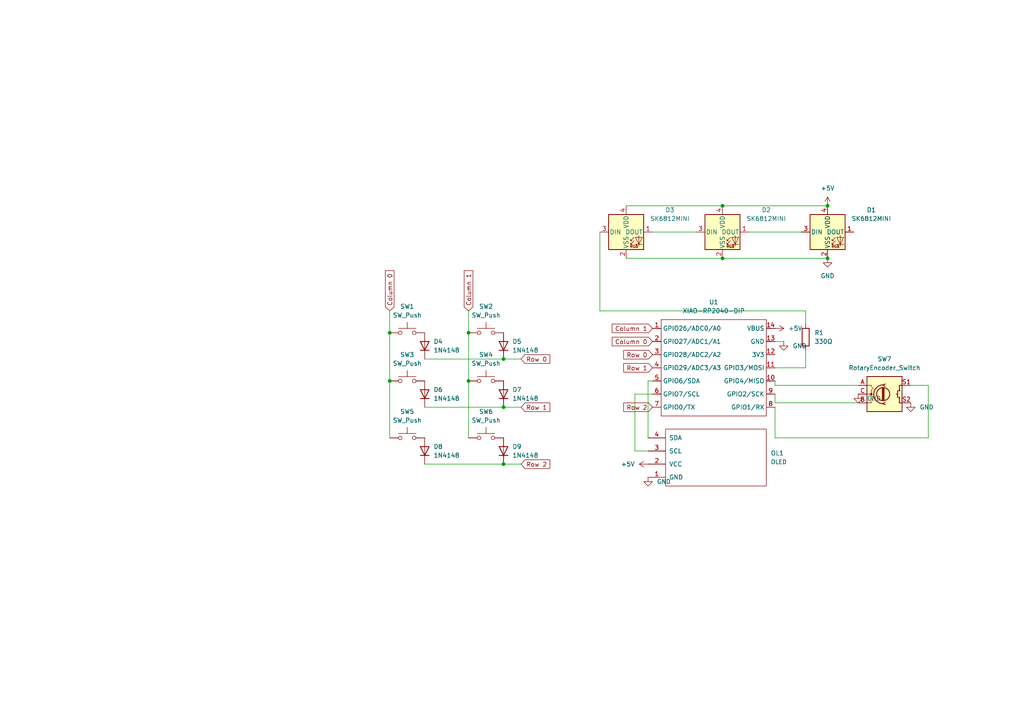
<source format=kicad_sch>
(kicad_sch
	(version 20250114)
	(generator "eeschema")
	(generator_version "9.0")
	(uuid "74f5efa0-ea44-4adc-a10b-3550c975c794")
	(paper "A4")
	(lib_symbols
		(symbol "Device:R"
			(pin_numbers
				(hide yes)
			)
			(pin_names
				(offset 0)
			)
			(exclude_from_sim no)
			(in_bom yes)
			(on_board yes)
			(property "Reference" "R"
				(at 2.032 0 90)
				(effects
					(font
						(size 1.27 1.27)
					)
				)
			)
			(property "Value" "R"
				(at 0 0 90)
				(effects
					(font
						(size 1.27 1.27)
					)
				)
			)
			(property "Footprint" ""
				(at -1.778 0 90)
				(effects
					(font
						(size 1.27 1.27)
					)
					(hide yes)
				)
			)
			(property "Datasheet" "~"
				(at 0 0 0)
				(effects
					(font
						(size 1.27 1.27)
					)
					(hide yes)
				)
			)
			(property "Description" "Resistor"
				(at 0 0 0)
				(effects
					(font
						(size 1.27 1.27)
					)
					(hide yes)
				)
			)
			(property "ki_keywords" "R res resistor"
				(at 0 0 0)
				(effects
					(font
						(size 1.27 1.27)
					)
					(hide yes)
				)
			)
			(property "ki_fp_filters" "R_*"
				(at 0 0 0)
				(effects
					(font
						(size 1.27 1.27)
					)
					(hide yes)
				)
			)
			(symbol "R_0_1"
				(rectangle
					(start -1.016 -2.54)
					(end 1.016 2.54)
					(stroke
						(width 0.254)
						(type default)
					)
					(fill
						(type none)
					)
				)
			)
			(symbol "R_1_1"
				(pin passive line
					(at 0 3.81 270)
					(length 1.27)
					(name "~"
						(effects
							(font
								(size 1.27 1.27)
							)
						)
					)
					(number "1"
						(effects
							(font
								(size 1.27 1.27)
							)
						)
					)
				)
				(pin passive line
					(at 0 -3.81 90)
					(length 1.27)
					(name "~"
						(effects
							(font
								(size 1.27 1.27)
							)
						)
					)
					(number "2"
						(effects
							(font
								(size 1.27 1.27)
							)
						)
					)
				)
			)
			(embedded_fonts no)
		)
		(symbol "Device:RotaryEncoder_Switch"
			(pin_names
				(offset 0.254)
				(hide yes)
			)
			(exclude_from_sim no)
			(in_bom yes)
			(on_board yes)
			(property "Reference" "SW"
				(at 0 6.604 0)
				(effects
					(font
						(size 1.27 1.27)
					)
				)
			)
			(property "Value" "RotaryEncoder_Switch"
				(at 0 -6.604 0)
				(effects
					(font
						(size 1.27 1.27)
					)
				)
			)
			(property "Footprint" ""
				(at -3.81 4.064 0)
				(effects
					(font
						(size 1.27 1.27)
					)
					(hide yes)
				)
			)
			(property "Datasheet" "~"
				(at 0 6.604 0)
				(effects
					(font
						(size 1.27 1.27)
					)
					(hide yes)
				)
			)
			(property "Description" "Rotary encoder, dual channel, incremental quadrate outputs, with switch"
				(at 0 0 0)
				(effects
					(font
						(size 1.27 1.27)
					)
					(hide yes)
				)
			)
			(property "ki_keywords" "rotary switch encoder switch push button"
				(at 0 0 0)
				(effects
					(font
						(size 1.27 1.27)
					)
					(hide yes)
				)
			)
			(property "ki_fp_filters" "RotaryEncoder*Switch*"
				(at 0 0 0)
				(effects
					(font
						(size 1.27 1.27)
					)
					(hide yes)
				)
			)
			(symbol "RotaryEncoder_Switch_0_1"
				(rectangle
					(start -5.08 5.08)
					(end 5.08 -5.08)
					(stroke
						(width 0.254)
						(type default)
					)
					(fill
						(type background)
					)
				)
				(polyline
					(pts
						(xy -5.08 2.54) (xy -3.81 2.54) (xy -3.81 2.032)
					)
					(stroke
						(width 0)
						(type default)
					)
					(fill
						(type none)
					)
				)
				(polyline
					(pts
						(xy -5.08 0) (xy -3.81 0) (xy -3.81 -1.016) (xy -3.302 -2.032)
					)
					(stroke
						(width 0)
						(type default)
					)
					(fill
						(type none)
					)
				)
				(polyline
					(pts
						(xy -5.08 -2.54) (xy -3.81 -2.54) (xy -3.81 -2.032)
					)
					(stroke
						(width 0)
						(type default)
					)
					(fill
						(type none)
					)
				)
				(polyline
					(pts
						(xy -4.318 0) (xy -3.81 0) (xy -3.81 1.016) (xy -3.302 2.032)
					)
					(stroke
						(width 0)
						(type default)
					)
					(fill
						(type none)
					)
				)
				(circle
					(center -3.81 0)
					(radius 0.254)
					(stroke
						(width 0)
						(type default)
					)
					(fill
						(type outline)
					)
				)
				(polyline
					(pts
						(xy -0.635 -1.778) (xy -0.635 1.778)
					)
					(stroke
						(width 0.254)
						(type default)
					)
					(fill
						(type none)
					)
				)
				(circle
					(center -0.381 0)
					(radius 1.905)
					(stroke
						(width 0.254)
						(type default)
					)
					(fill
						(type none)
					)
				)
				(polyline
					(pts
						(xy -0.381 -1.778) (xy -0.381 1.778)
					)
					(stroke
						(width 0.254)
						(type default)
					)
					(fill
						(type none)
					)
				)
				(arc
					(start -0.381 -2.794)
					(mid -3.0988 -0.0635)
					(end -0.381 2.667)
					(stroke
						(width 0.254)
						(type default)
					)
					(fill
						(type none)
					)
				)
				(polyline
					(pts
						(xy -0.127 1.778) (xy -0.127 -1.778)
					)
					(stroke
						(width 0.254)
						(type default)
					)
					(fill
						(type none)
					)
				)
				(polyline
					(pts
						(xy 0.254 2.921) (xy -0.508 2.667) (xy 0.127 2.286)
					)
					(stroke
						(width 0.254)
						(type default)
					)
					(fill
						(type none)
					)
				)
				(polyline
					(pts
						(xy 0.254 -3.048) (xy -0.508 -2.794) (xy 0.127 -2.413)
					)
					(stroke
						(width 0.254)
						(type default)
					)
					(fill
						(type none)
					)
				)
				(polyline
					(pts
						(xy 3.81 1.016) (xy 3.81 -1.016)
					)
					(stroke
						(width 0.254)
						(type default)
					)
					(fill
						(type none)
					)
				)
				(polyline
					(pts
						(xy 3.81 0) (xy 3.429 0)
					)
					(stroke
						(width 0.254)
						(type default)
					)
					(fill
						(type none)
					)
				)
				(circle
					(center 4.318 1.016)
					(radius 0.127)
					(stroke
						(width 0.254)
						(type default)
					)
					(fill
						(type none)
					)
				)
				(circle
					(center 4.318 -1.016)
					(radius 0.127)
					(stroke
						(width 0.254)
						(type default)
					)
					(fill
						(type none)
					)
				)
				(polyline
					(pts
						(xy 5.08 2.54) (xy 4.318 2.54) (xy 4.318 1.016)
					)
					(stroke
						(width 0.254)
						(type default)
					)
					(fill
						(type none)
					)
				)
				(polyline
					(pts
						(xy 5.08 -2.54) (xy 4.318 -2.54) (xy 4.318 -1.016)
					)
					(stroke
						(width 0.254)
						(type default)
					)
					(fill
						(type none)
					)
				)
			)
			(symbol "RotaryEncoder_Switch_1_1"
				(pin passive line
					(at -7.62 2.54 0)
					(length 2.54)
					(name "A"
						(effects
							(font
								(size 1.27 1.27)
							)
						)
					)
					(number "A"
						(effects
							(font
								(size 1.27 1.27)
							)
						)
					)
				)
				(pin passive line
					(at -7.62 0 0)
					(length 2.54)
					(name "C"
						(effects
							(font
								(size 1.27 1.27)
							)
						)
					)
					(number "C"
						(effects
							(font
								(size 1.27 1.27)
							)
						)
					)
				)
				(pin passive line
					(at -7.62 -2.54 0)
					(length 2.54)
					(name "B"
						(effects
							(font
								(size 1.27 1.27)
							)
						)
					)
					(number "B"
						(effects
							(font
								(size 1.27 1.27)
							)
						)
					)
				)
				(pin passive line
					(at 7.62 2.54 180)
					(length 2.54)
					(name "S1"
						(effects
							(font
								(size 1.27 1.27)
							)
						)
					)
					(number "S1"
						(effects
							(font
								(size 1.27 1.27)
							)
						)
					)
				)
				(pin passive line
					(at 7.62 -2.54 180)
					(length 2.54)
					(name "S2"
						(effects
							(font
								(size 1.27 1.27)
							)
						)
					)
					(number "S2"
						(effects
							(font
								(size 1.27 1.27)
							)
						)
					)
				)
			)
			(embedded_fonts no)
		)
		(symbol "Diode:1N4148"
			(pin_numbers
				(hide yes)
			)
			(pin_names
				(hide yes)
			)
			(exclude_from_sim no)
			(in_bom yes)
			(on_board yes)
			(property "Reference" "D"
				(at 0 2.54 0)
				(effects
					(font
						(size 1.27 1.27)
					)
				)
			)
			(property "Value" "1N4148"
				(at 0 -2.54 0)
				(effects
					(font
						(size 1.27 1.27)
					)
				)
			)
			(property "Footprint" "Diode_THT:D_DO-35_SOD27_P7.62mm_Horizontal"
				(at 0 0 0)
				(effects
					(font
						(size 1.27 1.27)
					)
					(hide yes)
				)
			)
			(property "Datasheet" "https://assets.nexperia.com/documents/data-sheet/1N4148_1N4448.pdf"
				(at 0 0 0)
				(effects
					(font
						(size 1.27 1.27)
					)
					(hide yes)
				)
			)
			(property "Description" "100V 0.15A standard switching diode, DO-35"
				(at 0 0 0)
				(effects
					(font
						(size 1.27 1.27)
					)
					(hide yes)
				)
			)
			(property "Sim.Device" "D"
				(at 0 0 0)
				(effects
					(font
						(size 1.27 1.27)
					)
					(hide yes)
				)
			)
			(property "Sim.Pins" "1=K 2=A"
				(at 0 0 0)
				(effects
					(font
						(size 1.27 1.27)
					)
					(hide yes)
				)
			)
			(property "ki_keywords" "diode"
				(at 0 0 0)
				(effects
					(font
						(size 1.27 1.27)
					)
					(hide yes)
				)
			)
			(property "ki_fp_filters" "D*DO?35*"
				(at 0 0 0)
				(effects
					(font
						(size 1.27 1.27)
					)
					(hide yes)
				)
			)
			(symbol "1N4148_0_1"
				(polyline
					(pts
						(xy -1.27 1.27) (xy -1.27 -1.27)
					)
					(stroke
						(width 0.254)
						(type default)
					)
					(fill
						(type none)
					)
				)
				(polyline
					(pts
						(xy 1.27 1.27) (xy 1.27 -1.27) (xy -1.27 0) (xy 1.27 1.27)
					)
					(stroke
						(width 0.254)
						(type default)
					)
					(fill
						(type none)
					)
				)
				(polyline
					(pts
						(xy 1.27 0) (xy -1.27 0)
					)
					(stroke
						(width 0)
						(type default)
					)
					(fill
						(type none)
					)
				)
			)
			(symbol "1N4148_1_1"
				(pin passive line
					(at -3.81 0 0)
					(length 2.54)
					(name "K"
						(effects
							(font
								(size 1.27 1.27)
							)
						)
					)
					(number "1"
						(effects
							(font
								(size 1.27 1.27)
							)
						)
					)
				)
				(pin passive line
					(at 3.81 0 180)
					(length 2.54)
					(name "A"
						(effects
							(font
								(size 1.27 1.27)
							)
						)
					)
					(number "2"
						(effects
							(font
								(size 1.27 1.27)
							)
						)
					)
				)
			)
			(embedded_fonts no)
		)
		(symbol "LED:SK6812MINI"
			(pin_names
				(offset 0.254)
			)
			(exclude_from_sim no)
			(in_bom yes)
			(on_board yes)
			(property "Reference" "D"
				(at 5.08 5.715 0)
				(effects
					(font
						(size 1.27 1.27)
					)
					(justify right bottom)
				)
			)
			(property "Value" "SK6812MINI"
				(at 1.27 -5.715 0)
				(effects
					(font
						(size 1.27 1.27)
					)
					(justify left top)
				)
			)
			(property "Footprint" "LED_SMD:LED_SK6812MINI_PLCC4_3.5x3.5mm_P1.75mm"
				(at 1.27 -7.62 0)
				(effects
					(font
						(size 1.27 1.27)
					)
					(justify left top)
					(hide yes)
				)
			)
			(property "Datasheet" "https://cdn-shop.adafruit.com/product-files/2686/SK6812MINI_REV.01-1-2.pdf"
				(at 2.54 -9.525 0)
				(effects
					(font
						(size 1.27 1.27)
					)
					(justify left top)
					(hide yes)
				)
			)
			(property "Description" "RGB LED with integrated controller"
				(at 0 0 0)
				(effects
					(font
						(size 1.27 1.27)
					)
					(hide yes)
				)
			)
			(property "ki_keywords" "RGB LED NeoPixel Mini addressable"
				(at 0 0 0)
				(effects
					(font
						(size 1.27 1.27)
					)
					(hide yes)
				)
			)
			(property "ki_fp_filters" "LED*SK6812MINI*PLCC*3.5x3.5mm*P1.75mm*"
				(at 0 0 0)
				(effects
					(font
						(size 1.27 1.27)
					)
					(hide yes)
				)
			)
			(symbol "SK6812MINI_0_0"
				(text "RGB"
					(at 2.286 -4.191 0)
					(effects
						(font
							(size 0.762 0.762)
						)
					)
				)
			)
			(symbol "SK6812MINI_0_1"
				(polyline
					(pts
						(xy 1.27 -2.54) (xy 1.778 -2.54)
					)
					(stroke
						(width 0)
						(type default)
					)
					(fill
						(type none)
					)
				)
				(polyline
					(pts
						(xy 1.27 -3.556) (xy 1.778 -3.556)
					)
					(stroke
						(width 0)
						(type default)
					)
					(fill
						(type none)
					)
				)
				(polyline
					(pts
						(xy 2.286 -1.524) (xy 1.27 -2.54) (xy 1.27 -2.032)
					)
					(stroke
						(width 0)
						(type default)
					)
					(fill
						(type none)
					)
				)
				(polyline
					(pts
						(xy 2.286 -2.54) (xy 1.27 -3.556) (xy 1.27 -3.048)
					)
					(stroke
						(width 0)
						(type default)
					)
					(fill
						(type none)
					)
				)
				(polyline
					(pts
						(xy 3.683 -1.016) (xy 3.683 -3.556) (xy 3.683 -4.064)
					)
					(stroke
						(width 0)
						(type default)
					)
					(fill
						(type none)
					)
				)
				(polyline
					(pts
						(xy 4.699 -1.524) (xy 2.667 -1.524) (xy 3.683 -3.556) (xy 4.699 -1.524)
					)
					(stroke
						(width 0)
						(type default)
					)
					(fill
						(type none)
					)
				)
				(polyline
					(pts
						(xy 4.699 -3.556) (xy 2.667 -3.556)
					)
					(stroke
						(width 0)
						(type default)
					)
					(fill
						(type none)
					)
				)
				(rectangle
					(start 5.08 5.08)
					(end -5.08 -5.08)
					(stroke
						(width 0.254)
						(type default)
					)
					(fill
						(type background)
					)
				)
			)
			(symbol "SK6812MINI_1_1"
				(pin input line
					(at -7.62 0 0)
					(length 2.54)
					(name "DIN"
						(effects
							(font
								(size 1.27 1.27)
							)
						)
					)
					(number "3"
						(effects
							(font
								(size 1.27 1.27)
							)
						)
					)
				)
				(pin power_in line
					(at 0 7.62 270)
					(length 2.54)
					(name "VDD"
						(effects
							(font
								(size 1.27 1.27)
							)
						)
					)
					(number "4"
						(effects
							(font
								(size 1.27 1.27)
							)
						)
					)
				)
				(pin power_in line
					(at 0 -7.62 90)
					(length 2.54)
					(name "VSS"
						(effects
							(font
								(size 1.27 1.27)
							)
						)
					)
					(number "2"
						(effects
							(font
								(size 1.27 1.27)
							)
						)
					)
				)
				(pin output line
					(at 7.62 0 180)
					(length 2.54)
					(name "DOUT"
						(effects
							(font
								(size 1.27 1.27)
							)
						)
					)
					(number "1"
						(effects
							(font
								(size 1.27 1.27)
							)
						)
					)
				)
			)
			(embedded_fonts no)
		)
		(symbol "OLED:OLED"
			(pin_names
				(offset 1.016)
			)
			(exclude_from_sim no)
			(in_bom yes)
			(on_board yes)
			(property "Reference" "OL1"
				(at 16.51 1.905 0)
				(effects
					(font
						(size 1.2954 1.2954)
					)
					(justify left)
				)
			)
			(property "Value" "OLED"
				(at 16.51 -0.635 0)
				(effects
					(font
						(size 1.1938 1.1938)
					)
					(justify left)
				)
			)
			(property "Footprint" "KiCad-SSD1306-0.91-OLED-4pin-128x32:SSD1306-0.91-OLED-4pin-128x32"
				(at 0 2.54 0)
				(effects
					(font
						(size 1.524 1.524)
					)
					(hide yes)
				)
			)
			(property "Datasheet" ""
				(at 0 2.54 0)
				(effects
					(font
						(size 1.524 1.524)
					)
					(hide yes)
				)
			)
			(property "Description" ""
				(at 0 0 0)
				(effects
					(font
						(size 1.27 1.27)
					)
					(hide yes)
				)
			)
			(symbol "OLED_0_1"
				(rectangle
					(start -13.97 8.89)
					(end 15.24 -7.62)
					(stroke
						(width 0)
						(type solid)
					)
					(fill
						(type none)
					)
				)
			)
			(symbol "OLED_1_1"
				(pin bidirectional line
					(at -19.05 6.35 0)
					(length 5.08)
					(name "SDA"
						(effects
							(font
								(size 1.27 1.27)
							)
						)
					)
					(number "4"
						(effects
							(font
								(size 1.27 1.27)
							)
						)
					)
				)
				(pin bidirectional line
					(at -19.05 2.54 0)
					(length 5.08)
					(name "SCL"
						(effects
							(font
								(size 1.27 1.27)
							)
						)
					)
					(number "3"
						(effects
							(font
								(size 1.27 1.27)
							)
						)
					)
				)
				(pin power_in line
					(at -19.05 -1.27 0)
					(length 5.08)
					(name "VCC"
						(effects
							(font
								(size 1.27 1.27)
							)
						)
					)
					(number "2"
						(effects
							(font
								(size 1.27 1.27)
							)
						)
					)
				)
				(pin power_in line
					(at -19.05 -5.08 0)
					(length 5.08)
					(name "GND"
						(effects
							(font
								(size 1.27 1.27)
							)
						)
					)
					(number "1"
						(effects
							(font
								(size 1.27 1.27)
							)
						)
					)
				)
			)
			(embedded_fonts no)
		)
		(symbol "Switch:SW_Push"
			(pin_numbers
				(hide yes)
			)
			(pin_names
				(offset 1.016)
				(hide yes)
			)
			(exclude_from_sim no)
			(in_bom yes)
			(on_board yes)
			(property "Reference" "SW"
				(at 1.27 2.54 0)
				(effects
					(font
						(size 1.27 1.27)
					)
					(justify left)
				)
			)
			(property "Value" "SW_Push"
				(at 0 -1.524 0)
				(effects
					(font
						(size 1.27 1.27)
					)
				)
			)
			(property "Footprint" ""
				(at 0 5.08 0)
				(effects
					(font
						(size 1.27 1.27)
					)
					(hide yes)
				)
			)
			(property "Datasheet" "~"
				(at 0 5.08 0)
				(effects
					(font
						(size 1.27 1.27)
					)
					(hide yes)
				)
			)
			(property "Description" "Push button switch, generic, two pins"
				(at 0 0 0)
				(effects
					(font
						(size 1.27 1.27)
					)
					(hide yes)
				)
			)
			(property "ki_keywords" "switch normally-open pushbutton push-button"
				(at 0 0 0)
				(effects
					(font
						(size 1.27 1.27)
					)
					(hide yes)
				)
			)
			(symbol "SW_Push_0_1"
				(circle
					(center -2.032 0)
					(radius 0.508)
					(stroke
						(width 0)
						(type default)
					)
					(fill
						(type none)
					)
				)
				(polyline
					(pts
						(xy 0 1.27) (xy 0 3.048)
					)
					(stroke
						(width 0)
						(type default)
					)
					(fill
						(type none)
					)
				)
				(circle
					(center 2.032 0)
					(radius 0.508)
					(stroke
						(width 0)
						(type default)
					)
					(fill
						(type none)
					)
				)
				(polyline
					(pts
						(xy 2.54 1.27) (xy -2.54 1.27)
					)
					(stroke
						(width 0)
						(type default)
					)
					(fill
						(type none)
					)
				)
				(pin passive line
					(at -5.08 0 0)
					(length 2.54)
					(name "1"
						(effects
							(font
								(size 1.27 1.27)
							)
						)
					)
					(number "1"
						(effects
							(font
								(size 1.27 1.27)
							)
						)
					)
				)
				(pin passive line
					(at 5.08 0 180)
					(length 2.54)
					(name "2"
						(effects
							(font
								(size 1.27 1.27)
							)
						)
					)
					(number "2"
						(effects
							(font
								(size 1.27 1.27)
							)
						)
					)
				)
			)
			(embedded_fonts no)
		)
		(symbol "XIAO:XIAO-RP2040-DIP"
			(exclude_from_sim no)
			(in_bom yes)
			(on_board yes)
			(property "Reference" "U"
				(at 0 0 0)
				(effects
					(font
						(size 1.27 1.27)
					)
				)
			)
			(property "Value" "XIAO-RP2040-DIP"
				(at 5.334 -1.778 0)
				(effects
					(font
						(size 1.27 1.27)
					)
				)
			)
			(property "Footprint" "Module:MOUDLE14P-XIAO-DIP-SMD"
				(at 14.478 -32.258 0)
				(effects
					(font
						(size 1.27 1.27)
					)
					(hide yes)
				)
			)
			(property "Datasheet" ""
				(at 0 0 0)
				(effects
					(font
						(size 1.27 1.27)
					)
					(hide yes)
				)
			)
			(property "Description" ""
				(at 0 0 0)
				(effects
					(font
						(size 1.27 1.27)
					)
					(hide yes)
				)
			)
			(symbol "XIAO-RP2040-DIP_1_0"
				(polyline
					(pts
						(xy -1.27 -2.54) (xy 29.21 -2.54)
					)
					(stroke
						(width 0.1524)
						(type solid)
					)
					(fill
						(type none)
					)
				)
				(polyline
					(pts
						(xy -1.27 -5.08) (xy -2.54 -5.08)
					)
					(stroke
						(width 0.1524)
						(type solid)
					)
					(fill
						(type none)
					)
				)
				(polyline
					(pts
						(xy -1.27 -5.08) (xy -1.27 -2.54)
					)
					(stroke
						(width 0.1524)
						(type solid)
					)
					(fill
						(type none)
					)
				)
				(polyline
					(pts
						(xy -1.27 -8.89) (xy -2.54 -8.89)
					)
					(stroke
						(width 0.1524)
						(type solid)
					)
					(fill
						(type none)
					)
				)
				(polyline
					(pts
						(xy -1.27 -8.89) (xy -1.27 -5.08)
					)
					(stroke
						(width 0.1524)
						(type solid)
					)
					(fill
						(type none)
					)
				)
				(polyline
					(pts
						(xy -1.27 -12.7) (xy -2.54 -12.7)
					)
					(stroke
						(width 0.1524)
						(type solid)
					)
					(fill
						(type none)
					)
				)
				(polyline
					(pts
						(xy -1.27 -12.7) (xy -1.27 -8.89)
					)
					(stroke
						(width 0.1524)
						(type solid)
					)
					(fill
						(type none)
					)
				)
				(polyline
					(pts
						(xy -1.27 -16.51) (xy -2.54 -16.51)
					)
					(stroke
						(width 0.1524)
						(type solid)
					)
					(fill
						(type none)
					)
				)
				(polyline
					(pts
						(xy -1.27 -16.51) (xy -1.27 -12.7)
					)
					(stroke
						(width 0.1524)
						(type solid)
					)
					(fill
						(type none)
					)
				)
				(polyline
					(pts
						(xy -1.27 -20.32) (xy -2.54 -20.32)
					)
					(stroke
						(width 0.1524)
						(type solid)
					)
					(fill
						(type none)
					)
				)
				(polyline
					(pts
						(xy -1.27 -24.13) (xy -2.54 -24.13)
					)
					(stroke
						(width 0.1524)
						(type solid)
					)
					(fill
						(type none)
					)
				)
				(polyline
					(pts
						(xy -1.27 -27.94) (xy -2.54 -27.94)
					)
					(stroke
						(width 0.1524)
						(type solid)
					)
					(fill
						(type none)
					)
				)
				(polyline
					(pts
						(xy -1.27 -30.48) (xy -1.27 -16.51)
					)
					(stroke
						(width 0.1524)
						(type solid)
					)
					(fill
						(type none)
					)
				)
				(polyline
					(pts
						(xy 29.21 -2.54) (xy 29.21 -5.08)
					)
					(stroke
						(width 0.1524)
						(type solid)
					)
					(fill
						(type none)
					)
				)
				(polyline
					(pts
						(xy 29.21 -5.08) (xy 29.21 -8.89)
					)
					(stroke
						(width 0.1524)
						(type solid)
					)
					(fill
						(type none)
					)
				)
				(polyline
					(pts
						(xy 29.21 -8.89) (xy 29.21 -12.7)
					)
					(stroke
						(width 0.1524)
						(type solid)
					)
					(fill
						(type none)
					)
				)
				(polyline
					(pts
						(xy 29.21 -12.7) (xy 29.21 -30.48)
					)
					(stroke
						(width 0.1524)
						(type solid)
					)
					(fill
						(type none)
					)
				)
				(polyline
					(pts
						(xy 29.21 -30.48) (xy -1.27 -30.48)
					)
					(stroke
						(width 0.1524)
						(type solid)
					)
					(fill
						(type none)
					)
				)
				(polyline
					(pts
						(xy 30.48 -5.08) (xy 29.21 -5.08)
					)
					(stroke
						(width 0.1524)
						(type solid)
					)
					(fill
						(type none)
					)
				)
				(polyline
					(pts
						(xy 30.48 -8.89) (xy 29.21 -8.89)
					)
					(stroke
						(width 0.1524)
						(type solid)
					)
					(fill
						(type none)
					)
				)
				(polyline
					(pts
						(xy 30.48 -12.7) (xy 29.21 -12.7)
					)
					(stroke
						(width 0.1524)
						(type solid)
					)
					(fill
						(type none)
					)
				)
				(polyline
					(pts
						(xy 30.48 -16.51) (xy 29.21 -16.51)
					)
					(stroke
						(width 0.1524)
						(type solid)
					)
					(fill
						(type none)
					)
				)
				(polyline
					(pts
						(xy 30.48 -20.32) (xy 29.21 -20.32)
					)
					(stroke
						(width 0.1524)
						(type solid)
					)
					(fill
						(type none)
					)
				)
				(polyline
					(pts
						(xy 30.48 -24.13) (xy 29.21 -24.13)
					)
					(stroke
						(width 0.1524)
						(type solid)
					)
					(fill
						(type none)
					)
				)
				(polyline
					(pts
						(xy 30.48 -27.94) (xy 29.21 -27.94)
					)
					(stroke
						(width 0.1524)
						(type solid)
					)
					(fill
						(type none)
					)
				)
				(pin passive line
					(at -3.81 -5.08 0)
					(length 2.54)
					(name "GPIO26/ADC0/A0"
						(effects
							(font
								(size 1.27 1.27)
							)
						)
					)
					(number "1"
						(effects
							(font
								(size 1.27 1.27)
							)
						)
					)
				)
				(pin passive line
					(at -3.81 -8.89 0)
					(length 2.54)
					(name "GPIO27/ADC1/A1"
						(effects
							(font
								(size 1.27 1.27)
							)
						)
					)
					(number "2"
						(effects
							(font
								(size 1.27 1.27)
							)
						)
					)
				)
				(pin passive line
					(at -3.81 -12.7 0)
					(length 2.54)
					(name "GPIO28/ADC2/A2"
						(effects
							(font
								(size 1.27 1.27)
							)
						)
					)
					(number "3"
						(effects
							(font
								(size 1.27 1.27)
							)
						)
					)
				)
				(pin passive line
					(at -3.81 -16.51 0)
					(length 2.54)
					(name "GPIO29/ADC3/A3"
						(effects
							(font
								(size 1.27 1.27)
							)
						)
					)
					(number "4"
						(effects
							(font
								(size 1.27 1.27)
							)
						)
					)
				)
				(pin passive line
					(at -3.81 -20.32 0)
					(length 2.54)
					(name "GPIO6/SDA"
						(effects
							(font
								(size 1.27 1.27)
							)
						)
					)
					(number "5"
						(effects
							(font
								(size 1.27 1.27)
							)
						)
					)
				)
				(pin passive line
					(at -3.81 -24.13 0)
					(length 2.54)
					(name "GPIO7/SCL"
						(effects
							(font
								(size 1.27 1.27)
							)
						)
					)
					(number "6"
						(effects
							(font
								(size 1.27 1.27)
							)
						)
					)
				)
				(pin passive line
					(at -3.81 -27.94 0)
					(length 2.54)
					(name "GPIO0/TX"
						(effects
							(font
								(size 1.27 1.27)
							)
						)
					)
					(number "7"
						(effects
							(font
								(size 1.27 1.27)
							)
						)
					)
				)
				(pin passive line
					(at 31.75 -5.08 180)
					(length 2.54)
					(name "VBUS"
						(effects
							(font
								(size 1.27 1.27)
							)
						)
					)
					(number "14"
						(effects
							(font
								(size 1.27 1.27)
							)
						)
					)
				)
				(pin passive line
					(at 31.75 -8.89 180)
					(length 2.54)
					(name "GND"
						(effects
							(font
								(size 1.27 1.27)
							)
						)
					)
					(number "13"
						(effects
							(font
								(size 1.27 1.27)
							)
						)
					)
				)
				(pin passive line
					(at 31.75 -12.7 180)
					(length 2.54)
					(name "3V3"
						(effects
							(font
								(size 1.27 1.27)
							)
						)
					)
					(number "12"
						(effects
							(font
								(size 1.27 1.27)
							)
						)
					)
				)
				(pin passive line
					(at 31.75 -16.51 180)
					(length 2.54)
					(name "GPIO3/MOSI"
						(effects
							(font
								(size 1.27 1.27)
							)
						)
					)
					(number "11"
						(effects
							(font
								(size 1.27 1.27)
							)
						)
					)
				)
				(pin passive line
					(at 31.75 -20.32 180)
					(length 2.54)
					(name "GPIO4/MISO"
						(effects
							(font
								(size 1.27 1.27)
							)
						)
					)
					(number "10"
						(effects
							(font
								(size 1.27 1.27)
							)
						)
					)
				)
				(pin passive line
					(at 31.75 -24.13 180)
					(length 2.54)
					(name "GPIO2/SCK"
						(effects
							(font
								(size 1.27 1.27)
							)
						)
					)
					(number "9"
						(effects
							(font
								(size 1.27 1.27)
							)
						)
					)
				)
				(pin passive line
					(at 31.75 -27.94 180)
					(length 2.54)
					(name "GPIO1/RX"
						(effects
							(font
								(size 1.27 1.27)
							)
						)
					)
					(number "8"
						(effects
							(font
								(size 1.27 1.27)
							)
						)
					)
				)
			)
			(embedded_fonts no)
		)
		(symbol "power:+5V"
			(power)
			(pin_numbers
				(hide yes)
			)
			(pin_names
				(offset 0)
				(hide yes)
			)
			(exclude_from_sim no)
			(in_bom yes)
			(on_board yes)
			(property "Reference" "#PWR"
				(at 0 -3.81 0)
				(effects
					(font
						(size 1.27 1.27)
					)
					(hide yes)
				)
			)
			(property "Value" "+5V"
				(at 0 3.556 0)
				(effects
					(font
						(size 1.27 1.27)
					)
				)
			)
			(property "Footprint" ""
				(at 0 0 0)
				(effects
					(font
						(size 1.27 1.27)
					)
					(hide yes)
				)
			)
			(property "Datasheet" ""
				(at 0 0 0)
				(effects
					(font
						(size 1.27 1.27)
					)
					(hide yes)
				)
			)
			(property "Description" "Power symbol creates a global label with name \"+5V\""
				(at 0 0 0)
				(effects
					(font
						(size 1.27 1.27)
					)
					(hide yes)
				)
			)
			(property "ki_keywords" "global power"
				(at 0 0 0)
				(effects
					(font
						(size 1.27 1.27)
					)
					(hide yes)
				)
			)
			(symbol "+5V_0_1"
				(polyline
					(pts
						(xy -0.762 1.27) (xy 0 2.54)
					)
					(stroke
						(width 0)
						(type default)
					)
					(fill
						(type none)
					)
				)
				(polyline
					(pts
						(xy 0 2.54) (xy 0.762 1.27)
					)
					(stroke
						(width 0)
						(type default)
					)
					(fill
						(type none)
					)
				)
				(polyline
					(pts
						(xy 0 0) (xy 0 2.54)
					)
					(stroke
						(width 0)
						(type default)
					)
					(fill
						(type none)
					)
				)
			)
			(symbol "+5V_1_1"
				(pin power_in line
					(at 0 0 90)
					(length 0)
					(name "~"
						(effects
							(font
								(size 1.27 1.27)
							)
						)
					)
					(number "1"
						(effects
							(font
								(size 1.27 1.27)
							)
						)
					)
				)
			)
			(embedded_fonts no)
		)
		(symbol "power:GND"
			(power)
			(pin_numbers
				(hide yes)
			)
			(pin_names
				(offset 0)
				(hide yes)
			)
			(exclude_from_sim no)
			(in_bom yes)
			(on_board yes)
			(property "Reference" "#PWR"
				(at 0 -6.35 0)
				(effects
					(font
						(size 1.27 1.27)
					)
					(hide yes)
				)
			)
			(property "Value" "GND"
				(at 0 -3.81 0)
				(effects
					(font
						(size 1.27 1.27)
					)
				)
			)
			(property "Footprint" ""
				(at 0 0 0)
				(effects
					(font
						(size 1.27 1.27)
					)
					(hide yes)
				)
			)
			(property "Datasheet" ""
				(at 0 0 0)
				(effects
					(font
						(size 1.27 1.27)
					)
					(hide yes)
				)
			)
			(property "Description" "Power symbol creates a global label with name \"GND\" , ground"
				(at 0 0 0)
				(effects
					(font
						(size 1.27 1.27)
					)
					(hide yes)
				)
			)
			(property "ki_keywords" "global power"
				(at 0 0 0)
				(effects
					(font
						(size 1.27 1.27)
					)
					(hide yes)
				)
			)
			(symbol "GND_0_1"
				(polyline
					(pts
						(xy 0 0) (xy 0 -1.27) (xy 1.27 -1.27) (xy 0 -2.54) (xy -1.27 -1.27) (xy 0 -1.27)
					)
					(stroke
						(width 0)
						(type default)
					)
					(fill
						(type none)
					)
				)
			)
			(symbol "GND_1_1"
				(pin power_in line
					(at 0 0 270)
					(length 0)
					(name "~"
						(effects
							(font
								(size 1.27 1.27)
							)
						)
					)
					(number "1"
						(effects
							(font
								(size 1.27 1.27)
							)
						)
					)
				)
			)
			(embedded_fonts no)
		)
	)
	(junction
		(at 209.55 74.93)
		(diameter 0)
		(color 0 0 0 0)
		(uuid "0b4f2c2f-68f0-4d4a-b51d-e634ac5f8b52")
	)
	(junction
		(at 146.05 118.11)
		(diameter 0)
		(color 0 0 0 0)
		(uuid "0eb7f040-b0bf-4fed-9e72-50e78c9f5ded")
	)
	(junction
		(at 113.03 96.52)
		(diameter 0)
		(color 0 0 0 0)
		(uuid "2726afda-2f26-4ad2-8403-2188e7ba35d9")
	)
	(junction
		(at 240.03 74.93)
		(diameter 0)
		(color 0 0 0 0)
		(uuid "39ef652e-b827-49ba-b650-eb9955eeef79")
	)
	(junction
		(at 113.03 110.49)
		(diameter 0)
		(color 0 0 0 0)
		(uuid "3a1aa3cd-7807-4ee8-a511-6163309b29c2")
	)
	(junction
		(at 135.89 96.52)
		(diameter 0)
		(color 0 0 0 0)
		(uuid "46036386-3fa7-4bc7-869f-cdc7b592f6fd")
	)
	(junction
		(at 146.05 134.62)
		(diameter 0)
		(color 0 0 0 0)
		(uuid "73797c09-103f-4fe0-b1b3-774cbe71da62")
	)
	(junction
		(at 146.05 104.14)
		(diameter 0)
		(color 0 0 0 0)
		(uuid "9e548279-ea2e-4af9-912d-8efd44f3ffc4")
	)
	(junction
		(at 135.89 110.49)
		(diameter 0)
		(color 0 0 0 0)
		(uuid "aa5cc3c0-d5e0-4cb2-831f-f2938d2ee904")
	)
	(junction
		(at 240.03 59.69)
		(diameter 0)
		(color 0 0 0 0)
		(uuid "bc87eb44-3216-4fac-85ca-c53b506891bc")
	)
	(junction
		(at 209.55 59.69)
		(diameter 0)
		(color 0 0 0 0)
		(uuid "e6b42fdc-7001-49ed-8ca3-608ea081d43f")
	)
	(wire
		(pts
			(xy 113.03 96.52) (xy 113.03 110.49)
		)
		(stroke
			(width 0)
			(type default)
		)
		(uuid "16e0dbc6-bf75-49e8-933a-ca21b24f061d")
	)
	(wire
		(pts
			(xy 123.19 104.14) (xy 146.05 104.14)
		)
		(stroke
			(width 0)
			(type default)
		)
		(uuid "182fb083-839b-48ab-a36f-57bc4e10a88c")
	)
	(wire
		(pts
			(xy 113.03 110.49) (xy 113.03 127)
		)
		(stroke
			(width 0)
			(type default)
		)
		(uuid "26283345-5ef4-4fa9-8ef4-1b89cf9f148f")
	)
	(wire
		(pts
			(xy 184.15 130.81) (xy 184.15 114.3)
		)
		(stroke
			(width 0)
			(type default)
		)
		(uuid "32a30d7f-339a-4800-8dea-08e43359d939")
	)
	(wire
		(pts
			(xy 187.96 130.81) (xy 184.15 130.81)
		)
		(stroke
			(width 0)
			(type default)
		)
		(uuid "34945efa-2218-4324-b1af-9aff6ee92651")
	)
	(wire
		(pts
			(xy 217.17 67.31) (xy 232.41 67.31)
		)
		(stroke
			(width 0)
			(type default)
		)
		(uuid "36463a37-115f-4618-9014-d386a46eefed")
	)
	(wire
		(pts
			(xy 224.79 127) (xy 224.79 118.11)
		)
		(stroke
			(width 0)
			(type default)
		)
		(uuid "39aa081b-c1ed-43d6-85f9-295c016402e0")
	)
	(wire
		(pts
			(xy 146.05 134.62) (xy 151.13 134.62)
		)
		(stroke
			(width 0)
			(type default)
		)
		(uuid "459a365b-1372-4654-8dd9-6919f10273be")
	)
	(wire
		(pts
			(xy 181.61 74.93) (xy 209.55 74.93)
		)
		(stroke
			(width 0)
			(type default)
		)
		(uuid "46964d17-bdad-4c4d-b57c-e3fbc8381a18")
	)
	(wire
		(pts
			(xy 151.13 104.14) (xy 146.05 104.14)
		)
		(stroke
			(width 0)
			(type default)
		)
		(uuid "475d648a-7efd-4fed-b9fa-2f147f3c196c")
	)
	(wire
		(pts
			(xy 233.68 90.17) (xy 233.68 93.98)
		)
		(stroke
			(width 0)
			(type default)
		)
		(uuid "47fdd7d2-fcad-4bb1-8199-d0486c36d6d2")
	)
	(wire
		(pts
			(xy 123.19 134.62) (xy 146.05 134.62)
		)
		(stroke
			(width 0)
			(type default)
		)
		(uuid "49fb193d-05bd-4015-bf32-168f5a50b6af")
	)
	(wire
		(pts
			(xy 135.89 110.49) (xy 135.89 127)
		)
		(stroke
			(width 0)
			(type default)
		)
		(uuid "4b05083b-b41d-4dee-bd91-26983d033d37")
	)
	(wire
		(pts
			(xy 173.99 67.31) (xy 173.99 90.17)
		)
		(stroke
			(width 0)
			(type default)
		)
		(uuid "4e293461-ae93-452a-853c-fae98564088d")
	)
	(wire
		(pts
			(xy 135.89 96.52) (xy 135.89 110.49)
		)
		(stroke
			(width 0)
			(type default)
		)
		(uuid "584cb443-a804-4fa6-9cf1-629e2b199d88")
	)
	(wire
		(pts
			(xy 173.99 90.17) (xy 233.68 90.17)
		)
		(stroke
			(width 0)
			(type default)
		)
		(uuid "627ea162-e2a1-4266-97cf-265b43d5257e")
	)
	(wire
		(pts
			(xy 184.15 114.3) (xy 189.23 114.3)
		)
		(stroke
			(width 0)
			(type default)
		)
		(uuid "6369c79e-4414-4146-a372-ee19d9198261")
	)
	(wire
		(pts
			(xy 181.61 59.69) (xy 209.55 59.69)
		)
		(stroke
			(width 0)
			(type default)
		)
		(uuid "656abbde-fb51-4c24-8b87-d9811483efb6")
	)
	(wire
		(pts
			(xy 233.68 101.6) (xy 233.68 106.68)
		)
		(stroke
			(width 0)
			(type default)
		)
		(uuid "6df6ff4b-b883-45ad-ad24-2b0bed491d8a")
	)
	(wire
		(pts
			(xy 248.92 116.84) (xy 224.79 116.84)
		)
		(stroke
			(width 0)
			(type default)
		)
		(uuid "7e9b4f2d-61ad-43be-8b92-d2b5557e39ac")
	)
	(wire
		(pts
			(xy 224.79 111.76) (xy 224.79 110.49)
		)
		(stroke
			(width 0)
			(type default)
		)
		(uuid "841a170d-fe9f-4a50-a83b-6a16b53f74a5")
	)
	(wire
		(pts
			(xy 123.19 118.11) (xy 146.05 118.11)
		)
		(stroke
			(width 0)
			(type default)
		)
		(uuid "871ec4db-1cea-49dc-8439-fd4b3af7e273")
	)
	(wire
		(pts
			(xy 113.03 90.17) (xy 113.03 96.52)
		)
		(stroke
			(width 0)
			(type default)
		)
		(uuid "88a7974a-c4f2-440b-ba6f-31c60a4d86e6")
	)
	(wire
		(pts
			(xy 135.89 90.17) (xy 135.89 96.52)
		)
		(stroke
			(width 0)
			(type default)
		)
		(uuid "8bd09916-f348-40b1-b186-001b4dc213fa")
	)
	(wire
		(pts
			(xy 187.96 110.49) (xy 189.23 110.49)
		)
		(stroke
			(width 0)
			(type default)
		)
		(uuid "9048c194-0077-46b3-89d3-2d6793e0bfb3")
	)
	(wire
		(pts
			(xy 224.79 106.68) (xy 233.68 106.68)
		)
		(stroke
			(width 0)
			(type default)
		)
		(uuid "96ba3b24-c29c-4dc8-960e-e260c94202af")
	)
	(wire
		(pts
			(xy 189.23 67.31) (xy 201.93 67.31)
		)
		(stroke
			(width 0)
			(type default)
		)
		(uuid "aa483b94-4e68-42c0-b9c7-b52fa6fb6280")
	)
	(wire
		(pts
			(xy 224.79 116.84) (xy 224.79 114.3)
		)
		(stroke
			(width 0)
			(type default)
		)
		(uuid "b294fcaa-ca28-4ec8-b0d4-65b12a106449")
	)
	(wire
		(pts
			(xy 269.24 111.76) (xy 269.24 127)
		)
		(stroke
			(width 0)
			(type default)
		)
		(uuid "b52433c3-be0b-4508-b851-4bf2ab9aeda8")
	)
	(wire
		(pts
			(xy 269.24 127) (xy 224.79 127)
		)
		(stroke
			(width 0)
			(type default)
		)
		(uuid "bb56a297-e270-4747-ad06-da15164f2c87")
	)
	(wire
		(pts
			(xy 187.96 127) (xy 187.96 110.49)
		)
		(stroke
			(width 0)
			(type default)
		)
		(uuid "c7ab5da7-ef89-4026-9c45-c9c71f7a6d1f")
	)
	(wire
		(pts
			(xy 264.16 111.76) (xy 269.24 111.76)
		)
		(stroke
			(width 0)
			(type default)
		)
		(uuid "cefbb31d-58db-442c-b288-90ac687a9435")
	)
	(wire
		(pts
			(xy 227.33 99.06) (xy 224.79 99.06)
		)
		(stroke
			(width 0)
			(type default)
		)
		(uuid "d0f1ee97-a1c5-4530-b477-e2dc313cf6dd")
	)
	(wire
		(pts
			(xy 146.05 118.11) (xy 151.13 118.11)
		)
		(stroke
			(width 0)
			(type default)
		)
		(uuid "d71608fa-7eb4-46a6-b639-fa2f7e22e305")
	)
	(wire
		(pts
			(xy 209.55 74.93) (xy 240.03 74.93)
		)
		(stroke
			(width 0)
			(type default)
		)
		(uuid "e7d4301b-7a90-4552-97e6-2b95e6447cde")
	)
	(wire
		(pts
			(xy 248.92 111.76) (xy 224.79 111.76)
		)
		(stroke
			(width 0)
			(type default)
		)
		(uuid "f73b45a1-ff3e-4b26-aff7-8d62eababd20")
	)
	(wire
		(pts
			(xy 209.55 59.69) (xy 240.03 59.69)
		)
		(stroke
			(width 0)
			(type default)
		)
		(uuid "fe78050e-cfe1-4799-ac79-45a641114073")
	)
	(global_label "Column 1"
		(shape input)
		(at 189.23 95.25 180)
		(fields_autoplaced yes)
		(effects
			(font
				(size 1.27 1.27)
			)
			(justify right)
		)
		(uuid "1af80039-73b4-416f-a48b-e480aa1bef26")
		(property "Intersheetrefs" "${INTERSHEET_REFS}"
			(at 176.9922 95.25 0)
			(effects
				(font
					(size 1.27 1.27)
				)
				(justify right)
				(hide yes)
			)
		)
	)
	(global_label "Row 1"
		(shape input)
		(at 189.23 106.68 180)
		(fields_autoplaced yes)
		(effects
			(font
				(size 1.27 1.27)
			)
			(justify right)
		)
		(uuid "45e4db40-0c9c-447f-aa1c-aa646f7345c1")
		(property "Intersheetrefs" "${INTERSHEET_REFS}"
			(at 180.3182 106.68 0)
			(effects
				(font
					(size 1.27 1.27)
				)
				(justify right)
				(hide yes)
			)
		)
	)
	(global_label "Column 1"
		(shape input)
		(at 135.89 90.17 90)
		(fields_autoplaced yes)
		(effects
			(font
				(size 1.27 1.27)
			)
			(justify left)
		)
		(uuid "64b633f1-dbe2-4b4f-8750-f80a99a8d36f")
		(property "Intersheetrefs" "${INTERSHEET_REFS}"
			(at 135.89 77.9322 90)
			(effects
				(font
					(size 1.27 1.27)
				)
				(justify left)
				(hide yes)
			)
		)
	)
	(global_label "Row 2"
		(shape input)
		(at 151.13 134.62 0)
		(fields_autoplaced yes)
		(effects
			(font
				(size 1.27 1.27)
			)
			(justify left)
		)
		(uuid "73cf8f0e-74e6-4bb2-b00b-d4c59f5900e5")
		(property "Intersheetrefs" "${INTERSHEET_REFS}"
			(at 160.0418 134.62 0)
			(effects
				(font
					(size 1.27 1.27)
				)
				(justify left)
				(hide yes)
			)
		)
	)
	(global_label "Column 0"
		(shape input)
		(at 189.23 99.06 180)
		(fields_autoplaced yes)
		(effects
			(font
				(size 1.27 1.27)
			)
			(justify right)
		)
		(uuid "7714f2dc-7e2d-4671-876b-b412bc79d6e9")
		(property "Intersheetrefs" "${INTERSHEET_REFS}"
			(at 176.9922 99.06 0)
			(effects
				(font
					(size 1.27 1.27)
				)
				(justify right)
				(hide yes)
			)
		)
	)
	(global_label "Row 0"
		(shape input)
		(at 151.13 104.14 0)
		(fields_autoplaced yes)
		(effects
			(font
				(size 1.27 1.27)
			)
			(justify left)
		)
		(uuid "85f84f7e-4643-450f-a3f1-3c4753ecefe1")
		(property "Intersheetrefs" "${INTERSHEET_REFS}"
			(at 160.0418 104.14 0)
			(effects
				(font
					(size 1.27 1.27)
				)
				(justify left)
				(hide yes)
			)
		)
	)
	(global_label "Row 0"
		(shape input)
		(at 189.23 102.87 180)
		(fields_autoplaced yes)
		(effects
			(font
				(size 1.27 1.27)
			)
			(justify right)
		)
		(uuid "8afc37b5-45d1-4a22-bc2f-64284652b3f0")
		(property "Intersheetrefs" "${INTERSHEET_REFS}"
			(at 180.3182 102.87 0)
			(effects
				(font
					(size 1.27 1.27)
				)
				(justify right)
				(hide yes)
			)
		)
	)
	(global_label "Row 1"
		(shape input)
		(at 151.13 118.11 0)
		(fields_autoplaced yes)
		(effects
			(font
				(size 1.27 1.27)
			)
			(justify left)
		)
		(uuid "97a0c8a0-4d99-45fd-91cd-f3eed1ea9dd6")
		(property "Intersheetrefs" "${INTERSHEET_REFS}"
			(at 160.0418 118.11 0)
			(effects
				(font
					(size 1.27 1.27)
				)
				(justify left)
				(hide yes)
			)
		)
	)
	(global_label "Row 2"
		(shape input)
		(at 189.23 118.11 180)
		(fields_autoplaced yes)
		(effects
			(font
				(size 1.27 1.27)
			)
			(justify right)
		)
		(uuid "c89822d9-6dc2-4992-ad85-e232de05dfa6")
		(property "Intersheetrefs" "${INTERSHEET_REFS}"
			(at 180.3182 118.11 0)
			(effects
				(font
					(size 1.27 1.27)
				)
				(justify right)
				(hide yes)
			)
		)
	)
	(global_label "Column 0"
		(shape input)
		(at 113.03 90.17 90)
		(fields_autoplaced yes)
		(effects
			(font
				(size 1.27 1.27)
			)
			(justify left)
		)
		(uuid "d57f23bf-0ef8-4e1b-8de3-63092443ccad")
		(property "Intersheetrefs" "${INTERSHEET_REFS}"
			(at 113.03 77.9322 90)
			(effects
				(font
					(size 1.27 1.27)
				)
				(justify left)
				(hide yes)
			)
		)
	)
	(symbol
		(lib_id "LED:SK6812MINI")
		(at 240.03 67.31 0)
		(unit 1)
		(exclude_from_sim no)
		(in_bom yes)
		(on_board yes)
		(dnp no)
		(fields_autoplaced yes)
		(uuid "0356aaba-b1a2-4465-8228-096193daf2a2")
		(property "Reference" "D1"
			(at 252.73 60.8898 0)
			(effects
				(font
					(size 1.27 1.27)
				)
			)
		)
		(property "Value" "SK6812MINI"
			(at 252.73 63.4298 0)
			(effects
				(font
					(size 1.27 1.27)
				)
			)
		)
		(property "Footprint" "LED_SMD:LED_SK6812MINI_PLCC4_3.5x3.5mm_P1.75mm"
			(at 241.3 74.93 0)
			(effects
				(font
					(size 1.27 1.27)
				)
				(justify left top)
				(hide yes)
			)
		)
		(property "Datasheet" "https://cdn-shop.adafruit.com/product-files/2686/SK6812MINI_REV.01-1-2.pdf"
			(at 242.57 76.835 0)
			(effects
				(font
					(size 1.27 1.27)
				)
				(justify left top)
				(hide yes)
			)
		)
		(property "Description" "RGB LED with integrated controller"
			(at 240.03 67.31 0)
			(effects
				(font
					(size 1.27 1.27)
				)
				(hide yes)
			)
		)
		(pin "1"
			(uuid "4bc6f65e-a461-45b2-9806-25e65cb10e82")
		)
		(pin "4"
			(uuid "c93cf0cb-11a1-437d-a1c9-51a95c8616f4")
		)
		(pin "2"
			(uuid "d0f3a959-6e65-4d2d-a747-47eeb2a0265f")
		)
		(pin "3"
			(uuid "b91914a1-1967-4c78-bf88-fd53352b9622")
		)
		(instances
			(project ""
				(path "/74f5efa0-ea44-4adc-a10b-3550c975c794"
					(reference "D1")
					(unit 1)
				)
			)
		)
	)
	(symbol
		(lib_id "Device:RotaryEncoder_Switch")
		(at 256.54 114.3 0)
		(unit 1)
		(exclude_from_sim no)
		(in_bom yes)
		(on_board yes)
		(dnp no)
		(fields_autoplaced yes)
		(uuid "14e3ed4e-78a9-4b80-8441-6b49af42b44b")
		(property "Reference" "SW7"
			(at 256.54 104.14 0)
			(effects
				(font
					(size 1.27 1.27)
				)
			)
		)
		(property "Value" "RotaryEncoder_Switch"
			(at 256.54 106.68 0)
			(effects
				(font
					(size 1.27 1.27)
				)
			)
		)
		(property "Footprint" "Rotary_Encoder:RotaryEncoder_Alps_EC11E-Switch_Vertical_H20mm"
			(at 252.73 110.236 0)
			(effects
				(font
					(size 1.27 1.27)
				)
				(hide yes)
			)
		)
		(property "Datasheet" "~"
			(at 256.54 107.696 0)
			(effects
				(font
					(size 1.27 1.27)
				)
				(hide yes)
			)
		)
		(property "Description" "Rotary encoder, dual channel, incremental quadrate outputs, with switch"
			(at 256.54 114.3 0)
			(effects
				(font
					(size 1.27 1.27)
				)
				(hide yes)
			)
		)
		(pin "A"
			(uuid "98ade959-91c9-4343-ba88-12f1be97dcf5")
		)
		(pin "S1"
			(uuid "f4b55bd9-3606-4766-a815-4f5b960c5f1a")
		)
		(pin "C"
			(uuid "244b4d82-6efe-4473-a395-eb4a811ea548")
		)
		(pin "B"
			(uuid "1a9dcfa2-bd03-4c6a-87f4-f643625d7023")
		)
		(pin "S2"
			(uuid "1254c62e-90f6-4a26-86cc-134f1e58a9da")
		)
		(instances
			(project ""
				(path "/74f5efa0-ea44-4adc-a10b-3550c975c794"
					(reference "SW7")
					(unit 1)
				)
			)
		)
	)
	(symbol
		(lib_id "Diode:1N4148")
		(at 123.19 114.3 90)
		(unit 1)
		(exclude_from_sim no)
		(in_bom yes)
		(on_board yes)
		(dnp no)
		(fields_autoplaced yes)
		(uuid "17575512-4640-4c77-b603-ac8d12cd109b")
		(property "Reference" "D6"
			(at 125.73 113.0299 90)
			(effects
				(font
					(size 1.27 1.27)
				)
				(justify right)
			)
		)
		(property "Value" "1N4148"
			(at 125.73 115.5699 90)
			(effects
				(font
					(size 1.27 1.27)
				)
				(justify right)
			)
		)
		(property "Footprint" "Diode_THT:D_DO-35_SOD27_P7.62mm_Horizontal"
			(at 123.19 114.3 0)
			(effects
				(font
					(size 1.27 1.27)
				)
				(hide yes)
			)
		)
		(property "Datasheet" "https://assets.nexperia.com/documents/data-sheet/1N4148_1N4448.pdf"
			(at 123.19 114.3 0)
			(effects
				(font
					(size 1.27 1.27)
				)
				(hide yes)
			)
		)
		(property "Description" "100V 0.15A standard switching diode, DO-35"
			(at 123.19 114.3 0)
			(effects
				(font
					(size 1.27 1.27)
				)
				(hide yes)
			)
		)
		(property "Sim.Device" "D"
			(at 123.19 114.3 0)
			(effects
				(font
					(size 1.27 1.27)
				)
				(hide yes)
			)
		)
		(property "Sim.Pins" "1=K 2=A"
			(at 123.19 114.3 0)
			(effects
				(font
					(size 1.27 1.27)
				)
				(hide yes)
			)
		)
		(pin "2"
			(uuid "c2b32010-1af2-4631-9861-de0bb8953f37")
		)
		(pin "1"
			(uuid "14276133-9421-44b5-b54c-2edf72a39206")
		)
		(instances
			(project "Hackpad 2.0"
				(path "/74f5efa0-ea44-4adc-a10b-3550c975c794"
					(reference "D6")
					(unit 1)
				)
			)
		)
	)
	(symbol
		(lib_id "power:+5V")
		(at 240.03 59.69 0)
		(unit 1)
		(exclude_from_sim no)
		(in_bom yes)
		(on_board yes)
		(dnp no)
		(fields_autoplaced yes)
		(uuid "1f7767b7-814c-4dc5-aab2-6a08cd50e405")
		(property "Reference" "#PWR05"
			(at 240.03 63.5 0)
			(effects
				(font
					(size 1.27 1.27)
				)
				(hide yes)
			)
		)
		(property "Value" "+5V"
			(at 240.03 54.61 0)
			(effects
				(font
					(size 1.27 1.27)
				)
			)
		)
		(property "Footprint" ""
			(at 240.03 59.69 0)
			(effects
				(font
					(size 1.27 1.27)
				)
				(hide yes)
			)
		)
		(property "Datasheet" ""
			(at 240.03 59.69 0)
			(effects
				(font
					(size 1.27 1.27)
				)
				(hide yes)
			)
		)
		(property "Description" "Power symbol creates a global label with name \"+5V\""
			(at 240.03 59.69 0)
			(effects
				(font
					(size 1.27 1.27)
				)
				(hide yes)
			)
		)
		(pin "1"
			(uuid "1e3f37d2-ad9b-49f7-91d3-9f2b232019f6")
		)
		(instances
			(project ""
				(path "/74f5efa0-ea44-4adc-a10b-3550c975c794"
					(reference "#PWR05")
					(unit 1)
				)
			)
		)
	)
	(symbol
		(lib_id "Switch:SW_Push")
		(at 118.11 127 0)
		(unit 1)
		(exclude_from_sim no)
		(in_bom yes)
		(on_board yes)
		(dnp no)
		(fields_autoplaced yes)
		(uuid "22436557-9419-4acf-88d9-133d93975cee")
		(property "Reference" "SW5"
			(at 118.11 119.38 0)
			(effects
				(font
					(size 1.27 1.27)
				)
			)
		)
		(property "Value" "SW_Push"
			(at 118.11 121.92 0)
			(effects
				(font
					(size 1.27 1.27)
				)
			)
		)
		(property "Footprint" "Button_Switch_Keyboard:SW_Cherry_MX_1.00u_PCB"
			(at 118.11 121.92 0)
			(effects
				(font
					(size 1.27 1.27)
				)
				(hide yes)
			)
		)
		(property "Datasheet" "~"
			(at 118.11 121.92 0)
			(effects
				(font
					(size 1.27 1.27)
				)
				(hide yes)
			)
		)
		(property "Description" "Push button switch, generic, two pins"
			(at 118.11 127 0)
			(effects
				(font
					(size 1.27 1.27)
				)
				(hide yes)
			)
		)
		(pin "2"
			(uuid "d64022e7-5a5b-4297-95a9-de7de68009e0")
		)
		(pin "1"
			(uuid "c0c8dfbf-2dfe-47a9-8a75-ce94cde45f05")
		)
		(instances
			(project "Hackpad 2.0"
				(path "/74f5efa0-ea44-4adc-a10b-3550c975c794"
					(reference "SW5")
					(unit 1)
				)
			)
		)
	)
	(symbol
		(lib_id "Diode:1N4148")
		(at 146.05 130.81 90)
		(unit 1)
		(exclude_from_sim no)
		(in_bom yes)
		(on_board yes)
		(dnp no)
		(fields_autoplaced yes)
		(uuid "3390637b-d040-4b56-9364-ef4419d5babb")
		(property "Reference" "D9"
			(at 148.59 129.5399 90)
			(effects
				(font
					(size 1.27 1.27)
				)
				(justify right)
			)
		)
		(property "Value" "1N4148"
			(at 148.59 132.0799 90)
			(effects
				(font
					(size 1.27 1.27)
				)
				(justify right)
			)
		)
		(property "Footprint" "Diode_THT:D_DO-35_SOD27_P7.62mm_Horizontal"
			(at 146.05 130.81 0)
			(effects
				(font
					(size 1.27 1.27)
				)
				(hide yes)
			)
		)
		(property "Datasheet" "https://assets.nexperia.com/documents/data-sheet/1N4148_1N4448.pdf"
			(at 146.05 130.81 0)
			(effects
				(font
					(size 1.27 1.27)
				)
				(hide yes)
			)
		)
		(property "Description" "100V 0.15A standard switching diode, DO-35"
			(at 146.05 130.81 0)
			(effects
				(font
					(size 1.27 1.27)
				)
				(hide yes)
			)
		)
		(property "Sim.Device" "D"
			(at 146.05 130.81 0)
			(effects
				(font
					(size 1.27 1.27)
				)
				(hide yes)
			)
		)
		(property "Sim.Pins" "1=K 2=A"
			(at 146.05 130.81 0)
			(effects
				(font
					(size 1.27 1.27)
				)
				(hide yes)
			)
		)
		(pin "2"
			(uuid "768a19b2-a554-4410-bddd-70732addccc7")
		)
		(pin "1"
			(uuid "9de41886-bf11-4c7e-ad4b-b8462370daf4")
		)
		(instances
			(project "Hackpad 2.0"
				(path "/74f5efa0-ea44-4adc-a10b-3550c975c794"
					(reference "D9")
					(unit 1)
				)
			)
		)
	)
	(symbol
		(lib_id "Device:R")
		(at 233.68 97.79 0)
		(unit 1)
		(exclude_from_sim no)
		(in_bom yes)
		(on_board yes)
		(dnp no)
		(fields_autoplaced yes)
		(uuid "3c78494f-5170-49a4-8e9f-cb76ff51bbe8")
		(property "Reference" "R1"
			(at 236.22 96.5199 0)
			(effects
				(font
					(size 1.27 1.27)
				)
				(justify left)
			)
		)
		(property "Value" "330Ω"
			(at 236.22 99.0599 0)
			(effects
				(font
					(size 1.27 1.27)
				)
				(justify left)
			)
		)
		(property "Footprint" "Resistor_THT:R_Axial_DIN0207_L6.3mm_D2.5mm_P7.62mm_Horizontal"
			(at 231.902 97.79 90)
			(effects
				(font
					(size 1.27 1.27)
				)
				(hide yes)
			)
		)
		(property "Datasheet" "~"
			(at 233.68 97.79 0)
			(effects
				(font
					(size 1.27 1.27)
				)
				(hide yes)
			)
		)
		(property "Description" "Resistor"
			(at 233.68 97.79 0)
			(effects
				(font
					(size 1.27 1.27)
				)
				(hide yes)
			)
		)
		(pin "1"
			(uuid "3e3426fe-d1ac-4851-b7a4-7c324269b64b")
		)
		(pin "2"
			(uuid "3c0eaa57-5dbf-4eea-a092-0609940dcafa")
		)
		(instances
			(project ""
				(path "/74f5efa0-ea44-4adc-a10b-3550c975c794"
					(reference "R1")
					(unit 1)
				)
			)
		)
	)
	(symbol
		(lib_id "Switch:SW_Push")
		(at 118.11 110.49 0)
		(unit 1)
		(exclude_from_sim no)
		(in_bom yes)
		(on_board yes)
		(dnp no)
		(fields_autoplaced yes)
		(uuid "4dfb8cf6-5ecb-4c24-87fb-22e73ab3ead9")
		(property "Reference" "SW3"
			(at 118.11 102.87 0)
			(effects
				(font
					(size 1.27 1.27)
				)
			)
		)
		(property "Value" "SW_Push"
			(at 118.11 105.41 0)
			(effects
				(font
					(size 1.27 1.27)
				)
			)
		)
		(property "Footprint" "Button_Switch_Keyboard:SW_Cherry_MX_1.00u_PCB"
			(at 118.11 105.41 0)
			(effects
				(font
					(size 1.27 1.27)
				)
				(hide yes)
			)
		)
		(property "Datasheet" "~"
			(at 118.11 105.41 0)
			(effects
				(font
					(size 1.27 1.27)
				)
				(hide yes)
			)
		)
		(property "Description" "Push button switch, generic, two pins"
			(at 118.11 110.49 0)
			(effects
				(font
					(size 1.27 1.27)
				)
				(hide yes)
			)
		)
		(pin "2"
			(uuid "c8e923dd-a8eb-4258-a8d3-6e853fdfcd39")
		)
		(pin "1"
			(uuid "ab0ef609-ef06-4ca8-9fda-2550c20518dc")
		)
		(instances
			(project "Hackpad 2.0"
				(path "/74f5efa0-ea44-4adc-a10b-3550c975c794"
					(reference "SW3")
					(unit 1)
				)
			)
		)
	)
	(symbol
		(lib_id "LED:SK6812MINI")
		(at 181.61 67.31 0)
		(unit 1)
		(exclude_from_sim no)
		(in_bom yes)
		(on_board yes)
		(dnp no)
		(fields_autoplaced yes)
		(uuid "692a5141-b0ac-4948-b1a5-a4a3fa0a37f6")
		(property "Reference" "D3"
			(at 194.31 60.8898 0)
			(effects
				(font
					(size 1.27 1.27)
				)
			)
		)
		(property "Value" "SK6812MINI"
			(at 194.31 63.4298 0)
			(effects
				(font
					(size 1.27 1.27)
				)
			)
		)
		(property "Footprint" "LED_SMD:LED_SK6812MINI_PLCC4_3.5x3.5mm_P1.75mm"
			(at 182.88 74.93 0)
			(effects
				(font
					(size 1.27 1.27)
				)
				(justify left top)
				(hide yes)
			)
		)
		(property "Datasheet" "https://cdn-shop.adafruit.com/product-files/2686/SK6812MINI_REV.01-1-2.pdf"
			(at 184.15 76.835 0)
			(effects
				(font
					(size 1.27 1.27)
				)
				(justify left top)
				(hide yes)
			)
		)
		(property "Description" "RGB LED with integrated controller"
			(at 181.61 67.31 0)
			(effects
				(font
					(size 1.27 1.27)
				)
				(hide yes)
			)
		)
		(pin "2"
			(uuid "ac84a83d-e132-4ee3-847b-7007f824a20f")
		)
		(pin "1"
			(uuid "049cccdf-54ec-411d-b25c-1d268ade9e79")
		)
		(pin "4"
			(uuid "41663b18-9621-45eb-8c43-381de79190c1")
		)
		(pin "3"
			(uuid "df3870a7-687c-43ce-b600-195dbf56b50d")
		)
		(instances
			(project ""
				(path "/74f5efa0-ea44-4adc-a10b-3550c975c794"
					(reference "D3")
					(unit 1)
				)
			)
		)
	)
	(symbol
		(lib_id "power:+5V")
		(at 224.79 95.25 270)
		(unit 1)
		(exclude_from_sim no)
		(in_bom yes)
		(on_board yes)
		(dnp no)
		(fields_autoplaced yes)
		(uuid "6d0913b2-bd9b-4882-9f68-0d862a61b544")
		(property "Reference" "#PWR02"
			(at 220.98 95.25 0)
			(effects
				(font
					(size 1.27 1.27)
				)
				(hide yes)
			)
		)
		(property "Value" "+5V"
			(at 228.6 95.2499 90)
			(effects
				(font
					(size 1.27 1.27)
				)
				(justify left)
			)
		)
		(property "Footprint" ""
			(at 224.79 95.25 0)
			(effects
				(font
					(size 1.27 1.27)
				)
				(hide yes)
			)
		)
		(property "Datasheet" ""
			(at 224.79 95.25 0)
			(effects
				(font
					(size 1.27 1.27)
				)
				(hide yes)
			)
		)
		(property "Description" "Power symbol creates a global label with name \"+5V\""
			(at 224.79 95.25 0)
			(effects
				(font
					(size 1.27 1.27)
				)
				(hide yes)
			)
		)
		(pin "1"
			(uuid "fd190a4b-85af-486f-83ee-e07b93a97881")
		)
		(instances
			(project ""
				(path "/74f5efa0-ea44-4adc-a10b-3550c975c794"
					(reference "#PWR02")
					(unit 1)
				)
			)
		)
	)
	(symbol
		(lib_id "LED:SK6812MINI")
		(at 209.55 67.31 0)
		(unit 1)
		(exclude_from_sim no)
		(in_bom yes)
		(on_board yes)
		(dnp no)
		(fields_autoplaced yes)
		(uuid "76d093eb-a75e-4930-8596-b73a15934d9e")
		(property "Reference" "D2"
			(at 222.25 60.8898 0)
			(effects
				(font
					(size 1.27 1.27)
				)
			)
		)
		(property "Value" "SK6812MINI"
			(at 222.25 63.4298 0)
			(effects
				(font
					(size 1.27 1.27)
				)
			)
		)
		(property "Footprint" "LED_SMD:LED_SK6812MINI_PLCC4_3.5x3.5mm_P1.75mm"
			(at 210.82 74.93 0)
			(effects
				(font
					(size 1.27 1.27)
				)
				(justify left top)
				(hide yes)
			)
		)
		(property "Datasheet" "https://cdn-shop.adafruit.com/product-files/2686/SK6812MINI_REV.01-1-2.pdf"
			(at 212.09 76.835 0)
			(effects
				(font
					(size 1.27 1.27)
				)
				(justify left top)
				(hide yes)
			)
		)
		(property "Description" "RGB LED with integrated controller"
			(at 209.55 67.31 0)
			(effects
				(font
					(size 1.27 1.27)
				)
				(hide yes)
			)
		)
		(pin "4"
			(uuid "7e76d1df-1759-4e5b-8ea2-e0ed772ee0ec")
		)
		(pin "2"
			(uuid "d19b09af-7d88-4a15-a848-799355c93294")
		)
		(pin "3"
			(uuid "ea5201d2-838a-4014-83c2-0a998a0f3feb")
		)
		(pin "1"
			(uuid "a697d805-0139-42ef-adc0-f84ffe24b15d")
		)
		(instances
			(project ""
				(path "/74f5efa0-ea44-4adc-a10b-3550c975c794"
					(reference "D2")
					(unit 1)
				)
			)
		)
	)
	(symbol
		(lib_id "Switch:SW_Push")
		(at 118.11 96.52 0)
		(unit 1)
		(exclude_from_sim no)
		(in_bom yes)
		(on_board yes)
		(dnp no)
		(fields_autoplaced yes)
		(uuid "7705dcbd-7dfa-46cc-aca7-b5e51abb28be")
		(property "Reference" "SW1"
			(at 118.11 88.9 0)
			(effects
				(font
					(size 1.27 1.27)
				)
			)
		)
		(property "Value" "SW_Push"
			(at 118.11 91.44 0)
			(effects
				(font
					(size 1.27 1.27)
				)
			)
		)
		(property "Footprint" "Button_Switch_Keyboard:SW_Cherry_MX_1.00u_PCB"
			(at 118.11 91.44 0)
			(effects
				(font
					(size 1.27 1.27)
				)
				(hide yes)
			)
		)
		(property "Datasheet" "~"
			(at 118.11 91.44 0)
			(effects
				(font
					(size 1.27 1.27)
				)
				(hide yes)
			)
		)
		(property "Description" "Push button switch, generic, two pins"
			(at 118.11 96.52 0)
			(effects
				(font
					(size 1.27 1.27)
				)
				(hide yes)
			)
		)
		(pin "2"
			(uuid "e1958f20-e102-484e-80ed-95baf61664b6")
		)
		(pin "1"
			(uuid "42732922-b808-433e-aa8b-a96de25fcd52")
		)
		(instances
			(project "Hackpad 2.0"
				(path "/74f5efa0-ea44-4adc-a10b-3550c975c794"
					(reference "SW1")
					(unit 1)
				)
			)
		)
	)
	(symbol
		(lib_id "Switch:SW_Push")
		(at 140.97 110.49 0)
		(unit 1)
		(exclude_from_sim no)
		(in_bom yes)
		(on_board yes)
		(dnp no)
		(fields_autoplaced yes)
		(uuid "7f923531-7620-4774-ba1c-13981082c84e")
		(property "Reference" "SW4"
			(at 140.97 102.87 0)
			(effects
				(font
					(size 1.27 1.27)
				)
			)
		)
		(property "Value" "SW_Push"
			(at 140.97 105.41 0)
			(effects
				(font
					(size 1.27 1.27)
				)
			)
		)
		(property "Footprint" "Button_Switch_Keyboard:SW_Cherry_MX_1.00u_PCB"
			(at 140.97 105.41 0)
			(effects
				(font
					(size 1.27 1.27)
				)
				(hide yes)
			)
		)
		(property "Datasheet" "~"
			(at 140.97 105.41 0)
			(effects
				(font
					(size 1.27 1.27)
				)
				(hide yes)
			)
		)
		(property "Description" "Push button switch, generic, two pins"
			(at 140.97 110.49 0)
			(effects
				(font
					(size 1.27 1.27)
				)
				(hide yes)
			)
		)
		(pin "2"
			(uuid "0d3ae1d0-9716-41e0-b982-b6deb8c20cbc")
		)
		(pin "1"
			(uuid "9f067d86-6b29-405f-b88f-76a4294b5895")
		)
		(instances
			(project "Hackpad 2.0"
				(path "/74f5efa0-ea44-4adc-a10b-3550c975c794"
					(reference "SW4")
					(unit 1)
				)
			)
		)
	)
	(symbol
		(lib_id "OLED:OLED")
		(at 207.01 133.35 0)
		(unit 1)
		(exclude_from_sim no)
		(in_bom yes)
		(on_board yes)
		(dnp no)
		(fields_autoplaced yes)
		(uuid "962756f2-146c-41cc-89a4-9eb484b2067a")
		(property "Reference" "OL1"
			(at 223.52 131.445 0)
			(effects
				(font
					(size 1.2954 1.2954)
				)
				(justify left)
			)
		)
		(property "Value" "OLED"
			(at 223.52 133.985 0)
			(effects
				(font
					(size 1.1938 1.1938)
				)
				(justify left)
			)
		)
		(property "Footprint" "OLED:SSD1306-0.91-OLED-4pin-128x32"
			(at 207.01 130.81 0)
			(effects
				(font
					(size 1.524 1.524)
				)
				(hide yes)
			)
		)
		(property "Datasheet" ""
			(at 207.01 130.81 0)
			(effects
				(font
					(size 1.524 1.524)
				)
				(hide yes)
			)
		)
		(property "Description" ""
			(at 207.01 133.35 0)
			(effects
				(font
					(size 1.27 1.27)
				)
				(hide yes)
			)
		)
		(pin "4"
			(uuid "3098c613-66cf-43c7-a5ef-38e635bd460d")
		)
		(pin "1"
			(uuid "50f3bca3-63a7-4cb2-bb60-4a159ea4a750")
		)
		(pin "3"
			(uuid "979ff090-83c5-48df-9f22-2d097d3cae66")
		)
		(pin "2"
			(uuid "5246a345-3efe-48e8-bc3d-fb2070e04925")
		)
		(instances
			(project ""
				(path "/74f5efa0-ea44-4adc-a10b-3550c975c794"
					(reference "OL1")
					(unit 1)
				)
			)
		)
	)
	(symbol
		(lib_id "Diode:1N4148")
		(at 123.19 130.81 90)
		(unit 1)
		(exclude_from_sim no)
		(in_bom yes)
		(on_board yes)
		(dnp no)
		(fields_autoplaced yes)
		(uuid "993201a6-fb24-4c0f-aba2-785b0fcf5e38")
		(property "Reference" "D8"
			(at 125.73 129.5399 90)
			(effects
				(font
					(size 1.27 1.27)
				)
				(justify right)
			)
		)
		(property "Value" "1N4148"
			(at 125.73 132.0799 90)
			(effects
				(font
					(size 1.27 1.27)
				)
				(justify right)
			)
		)
		(property "Footprint" "Diode_THT:D_DO-35_SOD27_P7.62mm_Horizontal"
			(at 123.19 130.81 0)
			(effects
				(font
					(size 1.27 1.27)
				)
				(hide yes)
			)
		)
		(property "Datasheet" "https://assets.nexperia.com/documents/data-sheet/1N4148_1N4448.pdf"
			(at 123.19 130.81 0)
			(effects
				(font
					(size 1.27 1.27)
				)
				(hide yes)
			)
		)
		(property "Description" "100V 0.15A standard switching diode, DO-35"
			(at 123.19 130.81 0)
			(effects
				(font
					(size 1.27 1.27)
				)
				(hide yes)
			)
		)
		(property "Sim.Device" "D"
			(at 123.19 130.81 0)
			(effects
				(font
					(size 1.27 1.27)
				)
				(hide yes)
			)
		)
		(property "Sim.Pins" "1=K 2=A"
			(at 123.19 130.81 0)
			(effects
				(font
					(size 1.27 1.27)
				)
				(hide yes)
			)
		)
		(pin "2"
			(uuid "93c4286f-e8e1-400e-843f-461853b6615c")
		)
		(pin "1"
			(uuid "27e5803f-d8f0-47db-832c-8a1009509224")
		)
		(instances
			(project "Hackpad 2.0"
				(path "/74f5efa0-ea44-4adc-a10b-3550c975c794"
					(reference "D8")
					(unit 1)
				)
			)
		)
	)
	(symbol
		(lib_id "power:GND")
		(at 248.92 114.3 0)
		(unit 1)
		(exclude_from_sim no)
		(in_bom yes)
		(on_board yes)
		(dnp no)
		(fields_autoplaced yes)
		(uuid "a09da5fc-7f25-426e-bc45-37ec2144e29c")
		(property "Reference" "#PWR03"
			(at 248.92 120.65 0)
			(effects
				(font
					(size 1.27 1.27)
				)
				(hide yes)
			)
		)
		(property "Value" "GND"
			(at 251.46 115.5699 0)
			(effects
				(font
					(size 1.27 1.27)
				)
				(justify left)
			)
		)
		(property "Footprint" ""
			(at 248.92 114.3 0)
			(effects
				(font
					(size 1.27 1.27)
				)
				(hide yes)
			)
		)
		(property "Datasheet" ""
			(at 248.92 114.3 0)
			(effects
				(font
					(size 1.27 1.27)
				)
				(hide yes)
			)
		)
		(property "Description" "Power symbol creates a global label with name \"GND\" , ground"
			(at 248.92 114.3 0)
			(effects
				(font
					(size 1.27 1.27)
				)
				(hide yes)
			)
		)
		(pin "1"
			(uuid "1c17bf48-dc5c-4399-a99f-15b51330b797")
		)
		(instances
			(project ""
				(path "/74f5efa0-ea44-4adc-a10b-3550c975c794"
					(reference "#PWR03")
					(unit 1)
				)
			)
		)
	)
	(symbol
		(lib_id "Diode:1N4148")
		(at 123.19 100.33 90)
		(unit 1)
		(exclude_from_sim no)
		(in_bom yes)
		(on_board yes)
		(dnp no)
		(fields_autoplaced yes)
		(uuid "a1d614ba-933f-4f33-b17b-9d08f03e92d8")
		(property "Reference" "D4"
			(at 125.73 99.0599 90)
			(effects
				(font
					(size 1.27 1.27)
				)
				(justify right)
			)
		)
		(property "Value" "1N4148"
			(at 125.73 101.5999 90)
			(effects
				(font
					(size 1.27 1.27)
				)
				(justify right)
			)
		)
		(property "Footprint" "Diode_THT:D_DO-35_SOD27_P7.62mm_Horizontal"
			(at 123.19 100.33 0)
			(effects
				(font
					(size 1.27 1.27)
				)
				(hide yes)
			)
		)
		(property "Datasheet" "https://assets.nexperia.com/documents/data-sheet/1N4148_1N4448.pdf"
			(at 123.19 100.33 0)
			(effects
				(font
					(size 1.27 1.27)
				)
				(hide yes)
			)
		)
		(property "Description" "100V 0.15A standard switching diode, DO-35"
			(at 123.19 100.33 0)
			(effects
				(font
					(size 1.27 1.27)
				)
				(hide yes)
			)
		)
		(property "Sim.Device" "D"
			(at 123.19 100.33 0)
			(effects
				(font
					(size 1.27 1.27)
				)
				(hide yes)
			)
		)
		(property "Sim.Pins" "1=K 2=A"
			(at 123.19 100.33 0)
			(effects
				(font
					(size 1.27 1.27)
				)
				(hide yes)
			)
		)
		(pin "2"
			(uuid "a0fcce33-92ee-49e5-b340-896920d7aefc")
		)
		(pin "1"
			(uuid "b595a6cf-e5ea-4371-9e1c-eb744ac60eef")
		)
		(instances
			(project "Hackpad 2.0"
				(path "/74f5efa0-ea44-4adc-a10b-3550c975c794"
					(reference "D4")
					(unit 1)
				)
			)
		)
	)
	(symbol
		(lib_id "power:GND")
		(at 227.33 99.06 0)
		(unit 1)
		(exclude_from_sim no)
		(in_bom yes)
		(on_board yes)
		(dnp no)
		(fields_autoplaced yes)
		(uuid "a3590f2f-4db0-4a7e-a870-c10391a3bbed")
		(property "Reference" "#PWR01"
			(at 227.33 105.41 0)
			(effects
				(font
					(size 1.27 1.27)
				)
				(hide yes)
			)
		)
		(property "Value" "GND"
			(at 229.87 100.3299 0)
			(effects
				(font
					(size 1.27 1.27)
				)
				(justify left)
			)
		)
		(property "Footprint" ""
			(at 227.33 99.06 0)
			(effects
				(font
					(size 1.27 1.27)
				)
				(hide yes)
			)
		)
		(property "Datasheet" ""
			(at 227.33 99.06 0)
			(effects
				(font
					(size 1.27 1.27)
				)
				(hide yes)
			)
		)
		(property "Description" "Power symbol creates a global label with name \"GND\" , ground"
			(at 227.33 99.06 0)
			(effects
				(font
					(size 1.27 1.27)
				)
				(hide yes)
			)
		)
		(pin "1"
			(uuid "b34747fc-0e8a-453a-ae7a-3999c350e0c1")
		)
		(instances
			(project ""
				(path "/74f5efa0-ea44-4adc-a10b-3550c975c794"
					(reference "#PWR01")
					(unit 1)
				)
			)
		)
	)
	(symbol
		(lib_id "power:GND")
		(at 264.16 116.84 0)
		(unit 1)
		(exclude_from_sim no)
		(in_bom yes)
		(on_board yes)
		(dnp no)
		(fields_autoplaced yes)
		(uuid "b736cb63-7ddd-4edd-846f-da834a5c5c22")
		(property "Reference" "#PWR08"
			(at 264.16 123.19 0)
			(effects
				(font
					(size 1.27 1.27)
				)
				(hide yes)
			)
		)
		(property "Value" "GND"
			(at 266.7 118.1099 0)
			(effects
				(font
					(size 1.27 1.27)
				)
				(justify left)
			)
		)
		(property "Footprint" ""
			(at 264.16 116.84 0)
			(effects
				(font
					(size 1.27 1.27)
				)
				(hide yes)
			)
		)
		(property "Datasheet" ""
			(at 264.16 116.84 0)
			(effects
				(font
					(size 1.27 1.27)
				)
				(hide yes)
			)
		)
		(property "Description" "Power symbol creates a global label with name \"GND\" , ground"
			(at 264.16 116.84 0)
			(effects
				(font
					(size 1.27 1.27)
				)
				(hide yes)
			)
		)
		(pin "1"
			(uuid "e2c21f09-d79f-40b9-91f5-67e98aeae968")
		)
		(instances
			(project ""
				(path "/74f5efa0-ea44-4adc-a10b-3550c975c794"
					(reference "#PWR08")
					(unit 1)
				)
			)
		)
	)
	(symbol
		(lib_id "Diode:1N4148")
		(at 146.05 100.33 90)
		(unit 1)
		(exclude_from_sim no)
		(in_bom yes)
		(on_board yes)
		(dnp no)
		(fields_autoplaced yes)
		(uuid "cab5c77c-aa5e-46db-a679-e2b0ae21db7c")
		(property "Reference" "D5"
			(at 148.59 99.0599 90)
			(effects
				(font
					(size 1.27 1.27)
				)
				(justify right)
			)
		)
		(property "Value" "1N4148"
			(at 148.59 101.5999 90)
			(effects
				(font
					(size 1.27 1.27)
				)
				(justify right)
			)
		)
		(property "Footprint" "Diode_THT:D_DO-35_SOD27_P7.62mm_Horizontal"
			(at 146.05 100.33 0)
			(effects
				(font
					(size 1.27 1.27)
				)
				(hide yes)
			)
		)
		(property "Datasheet" "https://assets.nexperia.com/documents/data-sheet/1N4148_1N4448.pdf"
			(at 146.05 100.33 0)
			(effects
				(font
					(size 1.27 1.27)
				)
				(hide yes)
			)
		)
		(property "Description" "100V 0.15A standard switching diode, DO-35"
			(at 146.05 100.33 0)
			(effects
				(font
					(size 1.27 1.27)
				)
				(hide yes)
			)
		)
		(property "Sim.Device" "D"
			(at 146.05 100.33 0)
			(effects
				(font
					(size 1.27 1.27)
				)
				(hide yes)
			)
		)
		(property "Sim.Pins" "1=K 2=A"
			(at 146.05 100.33 0)
			(effects
				(font
					(size 1.27 1.27)
				)
				(hide yes)
			)
		)
		(pin "2"
			(uuid "866a3de0-440d-4912-a839-f2c3f8c37738")
		)
		(pin "1"
			(uuid "b96cde15-2800-419b-89e0-0cdb2833a552")
		)
		(instances
			(project "Hackpad 2.0"
				(path "/74f5efa0-ea44-4adc-a10b-3550c975c794"
					(reference "D5")
					(unit 1)
				)
			)
		)
	)
	(symbol
		(lib_id "power:+5V")
		(at 187.96 134.62 90)
		(unit 1)
		(exclude_from_sim no)
		(in_bom yes)
		(on_board yes)
		(dnp no)
		(fields_autoplaced yes)
		(uuid "ccec7e25-59e3-42fc-bc93-dc5003c7b722")
		(property "Reference" "#PWR07"
			(at 191.77 134.62 0)
			(effects
				(font
					(size 1.27 1.27)
				)
				(hide yes)
			)
		)
		(property "Value" "+5V"
			(at 184.15 134.6199 90)
			(effects
				(font
					(size 1.27 1.27)
				)
				(justify left)
			)
		)
		(property "Footprint" ""
			(at 187.96 134.62 0)
			(effects
				(font
					(size 1.27 1.27)
				)
				(hide yes)
			)
		)
		(property "Datasheet" ""
			(at 187.96 134.62 0)
			(effects
				(font
					(size 1.27 1.27)
				)
				(hide yes)
			)
		)
		(property "Description" "Power symbol creates a global label with name \"+5V\""
			(at 187.96 134.62 0)
			(effects
				(font
					(size 1.27 1.27)
				)
				(hide yes)
			)
		)
		(pin "1"
			(uuid "710e5752-403b-475e-9fb9-0de1bfb1783b")
		)
		(instances
			(project ""
				(path "/74f5efa0-ea44-4adc-a10b-3550c975c794"
					(reference "#PWR07")
					(unit 1)
				)
			)
		)
	)
	(symbol
		(lib_id "XIAO:XIAO-RP2040-DIP")
		(at 193.04 90.17 0)
		(unit 1)
		(exclude_from_sim no)
		(in_bom yes)
		(on_board yes)
		(dnp no)
		(fields_autoplaced yes)
		(uuid "ccf50bf0-9655-4536-aab4-3cae6a5b1f41")
		(property "Reference" "U1"
			(at 207.01 87.63 0)
			(effects
				(font
					(size 1.27 1.27)
				)
			)
		)
		(property "Value" "XIAO-RP2040-DIP"
			(at 207.01 90.17 0)
			(effects
				(font
					(size 1.27 1.27)
				)
			)
		)
		(property "Footprint" "OPL:XIAO-RP2040-DIP"
			(at 207.518 122.428 0)
			(effects
				(font
					(size 1.27 1.27)
				)
				(hide yes)
			)
		)
		(property "Datasheet" ""
			(at 193.04 90.17 0)
			(effects
				(font
					(size 1.27 1.27)
				)
				(hide yes)
			)
		)
		(property "Description" ""
			(at 193.04 90.17 0)
			(effects
				(font
					(size 1.27 1.27)
				)
				(hide yes)
			)
		)
		(pin "8"
			(uuid "493280c5-c654-40ee-a04a-d67ad6f8348a")
		)
		(pin "7"
			(uuid "d6d125ed-fb39-40e9-ab90-9a4bf0a88861")
		)
		(pin "13"
			(uuid "1d20513b-657f-4aaf-8a3a-55ef67c78d08")
		)
		(pin "9"
			(uuid "2c746e8d-0683-45f4-a656-d498b15a6468")
		)
		(pin "5"
			(uuid "ad0e8c36-473f-4da1-8dcb-82b3449bd557")
		)
		(pin "2"
			(uuid "b0c99565-d0d7-4819-b380-38793d6058d4")
		)
		(pin "4"
			(uuid "8900213a-04e9-458a-8255-9d6eec55607b")
		)
		(pin "6"
			(uuid "83c8a137-d91c-4741-a2a1-2bb862c91136")
		)
		(pin "11"
			(uuid "6bbf4f97-eb15-4036-b63d-8d75914c2c8d")
		)
		(pin "12"
			(uuid "273e4918-9b58-43e5-900a-23ce0382bc59")
		)
		(pin "14"
			(uuid "a0b3fc8e-de80-4738-b34d-25fb09227890")
		)
		(pin "10"
			(uuid "b1351c80-0916-427c-b40d-825c93eb11e4")
		)
		(pin "3"
			(uuid "6d8c4bbd-0531-46f9-86af-d96ceae91932")
		)
		(pin "1"
			(uuid "69e4e8c2-b4e7-415f-8137-d2bf54468d94")
		)
		(instances
			(project ""
				(path "/74f5efa0-ea44-4adc-a10b-3550c975c794"
					(reference "U1")
					(unit 1)
				)
			)
		)
	)
	(symbol
		(lib_id "power:GND")
		(at 240.03 74.93 0)
		(unit 1)
		(exclude_from_sim no)
		(in_bom yes)
		(on_board yes)
		(dnp no)
		(fields_autoplaced yes)
		(uuid "d556b241-cd48-4753-b2f7-190630ae67b8")
		(property "Reference" "#PWR04"
			(at 240.03 81.28 0)
			(effects
				(font
					(size 1.27 1.27)
				)
				(hide yes)
			)
		)
		(property "Value" "GND"
			(at 240.03 80.01 0)
			(effects
				(font
					(size 1.27 1.27)
				)
			)
		)
		(property "Footprint" ""
			(at 240.03 74.93 0)
			(effects
				(font
					(size 1.27 1.27)
				)
				(hide yes)
			)
		)
		(property "Datasheet" ""
			(at 240.03 74.93 0)
			(effects
				(font
					(size 1.27 1.27)
				)
				(hide yes)
			)
		)
		(property "Description" "Power symbol creates a global label with name \"GND\" , ground"
			(at 240.03 74.93 0)
			(effects
				(font
					(size 1.27 1.27)
				)
				(hide yes)
			)
		)
		(pin "1"
			(uuid "708cf8ad-2aea-4ab7-b698-9aaec168a6bc")
		)
		(instances
			(project ""
				(path "/74f5efa0-ea44-4adc-a10b-3550c975c794"
					(reference "#PWR04")
					(unit 1)
				)
			)
		)
	)
	(symbol
		(lib_id "Switch:SW_Push")
		(at 140.97 96.52 0)
		(unit 1)
		(exclude_from_sim no)
		(in_bom yes)
		(on_board yes)
		(dnp no)
		(fields_autoplaced yes)
		(uuid "da3add32-c73c-4a25-8723-984ccb1933af")
		(property "Reference" "SW2"
			(at 140.97 88.9 0)
			(effects
				(font
					(size 1.27 1.27)
				)
			)
		)
		(property "Value" "SW_Push"
			(at 140.97 91.44 0)
			(effects
				(font
					(size 1.27 1.27)
				)
			)
		)
		(property "Footprint" "Button_Switch_Keyboard:SW_Cherry_MX_1.00u_PCB"
			(at 140.97 91.44 0)
			(effects
				(font
					(size 1.27 1.27)
				)
				(hide yes)
			)
		)
		(property "Datasheet" "~"
			(at 140.97 91.44 0)
			(effects
				(font
					(size 1.27 1.27)
				)
				(hide yes)
			)
		)
		(property "Description" "Push button switch, generic, two pins"
			(at 140.97 96.52 0)
			(effects
				(font
					(size 1.27 1.27)
				)
				(hide yes)
			)
		)
		(pin "2"
			(uuid "165de485-6d50-47d5-8bc4-377415610ef2")
		)
		(pin "1"
			(uuid "1afb0835-a0f0-4dbb-8297-5d3a84d83fb0")
		)
		(instances
			(project "Hackpad 2.0"
				(path "/74f5efa0-ea44-4adc-a10b-3550c975c794"
					(reference "SW2")
					(unit 1)
				)
			)
		)
	)
	(symbol
		(lib_id "power:GND")
		(at 187.96 138.43 0)
		(unit 1)
		(exclude_from_sim no)
		(in_bom yes)
		(on_board yes)
		(dnp no)
		(fields_autoplaced yes)
		(uuid "e510b200-293c-4899-88ed-18d45c536b42")
		(property "Reference" "#PWR06"
			(at 187.96 144.78 0)
			(effects
				(font
					(size 1.27 1.27)
				)
				(hide yes)
			)
		)
		(property "Value" "GND"
			(at 190.5 139.6999 0)
			(effects
				(font
					(size 1.27 1.27)
				)
				(justify left)
			)
		)
		(property "Footprint" ""
			(at 187.96 138.43 0)
			(effects
				(font
					(size 1.27 1.27)
				)
				(hide yes)
			)
		)
		(property "Datasheet" ""
			(at 187.96 138.43 0)
			(effects
				(font
					(size 1.27 1.27)
				)
				(hide yes)
			)
		)
		(property "Description" "Power symbol creates a global label with name \"GND\" , ground"
			(at 187.96 138.43 0)
			(effects
				(font
					(size 1.27 1.27)
				)
				(hide yes)
			)
		)
		(pin "1"
			(uuid "49a9031d-3a39-4ba5-913d-b3e8f4657864")
		)
		(instances
			(project ""
				(path "/74f5efa0-ea44-4adc-a10b-3550c975c794"
					(reference "#PWR06")
					(unit 1)
				)
			)
		)
	)
	(symbol
		(lib_id "Switch:SW_Push")
		(at 140.97 127 0)
		(unit 1)
		(exclude_from_sim no)
		(in_bom yes)
		(on_board yes)
		(dnp no)
		(fields_autoplaced yes)
		(uuid "f0b1bd40-a1ca-4101-8c99-4ac8c5e9519b")
		(property "Reference" "SW6"
			(at 140.97 119.38 0)
			(effects
				(font
					(size 1.27 1.27)
				)
			)
		)
		(property "Value" "SW_Push"
			(at 140.97 121.92 0)
			(effects
				(font
					(size 1.27 1.27)
				)
			)
		)
		(property "Footprint" "Button_Switch_Keyboard:SW_Cherry_MX_1.00u_PCB"
			(at 140.97 121.92 0)
			(effects
				(font
					(size 1.27 1.27)
				)
				(hide yes)
			)
		)
		(property "Datasheet" "~"
			(at 140.97 121.92 0)
			(effects
				(font
					(size 1.27 1.27)
				)
				(hide yes)
			)
		)
		(property "Description" "Push button switch, generic, two pins"
			(at 140.97 127 0)
			(effects
				(font
					(size 1.27 1.27)
				)
				(hide yes)
			)
		)
		(pin "2"
			(uuid "23f027fc-3ba1-4705-97fb-5147495cc2d6")
		)
		(pin "1"
			(uuid "3045827f-9bf9-43c7-8f59-edecc96101bd")
		)
		(instances
			(project "Hackpad 2.0"
				(path "/74f5efa0-ea44-4adc-a10b-3550c975c794"
					(reference "SW6")
					(unit 1)
				)
			)
		)
	)
	(symbol
		(lib_id "Diode:1N4148")
		(at 146.05 114.3 90)
		(unit 1)
		(exclude_from_sim no)
		(in_bom yes)
		(on_board yes)
		(dnp no)
		(fields_autoplaced yes)
		(uuid "fba811e5-1a86-4929-a08a-eef29a6abde8")
		(property "Reference" "D7"
			(at 148.59 113.0299 90)
			(effects
				(font
					(size 1.27 1.27)
				)
				(justify right)
			)
		)
		(property "Value" "1N4148"
			(at 148.59 115.5699 90)
			(effects
				(font
					(size 1.27 1.27)
				)
				(justify right)
			)
		)
		(property "Footprint" "Diode_THT:D_DO-35_SOD27_P7.62mm_Horizontal"
			(at 146.05 114.3 0)
			(effects
				(font
					(size 1.27 1.27)
				)
				(hide yes)
			)
		)
		(property "Datasheet" "https://assets.nexperia.com/documents/data-sheet/1N4148_1N4448.pdf"
			(at 146.05 114.3 0)
			(effects
				(font
					(size 1.27 1.27)
				)
				(hide yes)
			)
		)
		(property "Description" "100V 0.15A standard switching diode, DO-35"
			(at 146.05 114.3 0)
			(effects
				(font
					(size 1.27 1.27)
				)
				(hide yes)
			)
		)
		(property "Sim.Device" "D"
			(at 146.05 114.3 0)
			(effects
				(font
					(size 1.27 1.27)
				)
				(hide yes)
			)
		)
		(property "Sim.Pins" "1=K 2=A"
			(at 146.05 114.3 0)
			(effects
				(font
					(size 1.27 1.27)
				)
				(hide yes)
			)
		)
		(pin "2"
			(uuid "a907b097-5c7b-4169-8b35-ea7a47cc0a3f")
		)
		(pin "1"
			(uuid "97097b16-b12e-445e-9403-3d686bab0115")
		)
		(instances
			(project "Hackpad 2.0"
				(path "/74f5efa0-ea44-4adc-a10b-3550c975c794"
					(reference "D7")
					(unit 1)
				)
			)
		)
	)
	(sheet_instances
		(path "/"
			(page "1")
		)
	)
	(embedded_fonts no)
)

</source>
